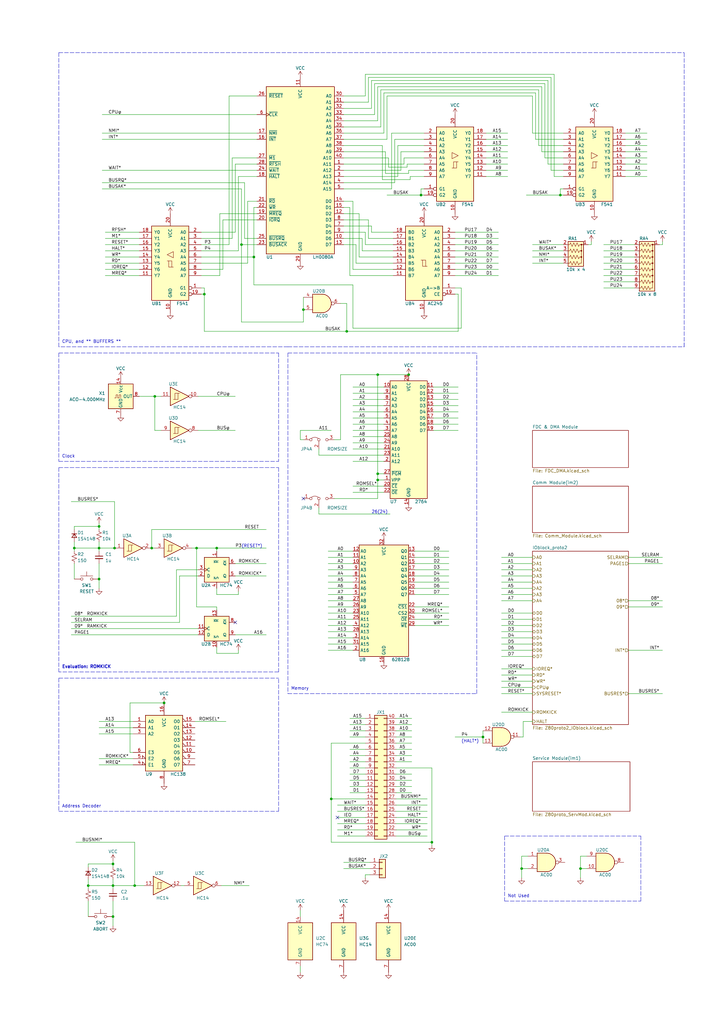
<source format=kicad_sch>
(kicad_sch (version 20211123) (generator eeschema)
  (paper "A3" portrait)
  (lib_symbols
    (symbol "74xx:74HC14" (pin_names (offset 1.016))
      (property "Reference" "U" (at 0 1.27 0))
      (property "Value" "74HC14" (at 0 -1.27 0))
      (symbol "74HC14_1_0"
        (pin input line (at -7.62 0 0) (length 3.81) (name "~") (number "1"))
        (pin output inverted (at 7.62 0 180) (length 3.81) (name "~") (number "2"))
      )
      (symbol "74HC14_2_0"
        (pin input line (at -7.62 0 0) (length 3.81) (name "~") (number "3"))
        (pin output inverted (at 7.62 0 180) (length 3.81) (name "~") (number "4"))
      )
      (symbol "74HC14_3_0"
        (pin input line (at -7.62 0 0) (length 3.81) (name "~") (number "5"))
        (pin output inverted (at 7.62 0 180) (length 3.81) (name "~") (number "6"))
      )
      (symbol "74HC14_4_0"
        (pin output inverted (at 7.62 0 180) (length 3.81) (name "~") (number "8"))
        (pin input line (at -7.62 0 0) (length 3.81) (name "~") (number "9"))
      )
      (symbol "74HC14_5_0"
        (pin output inverted (at 7.62 0 180) (length 3.81) (name "~") (number "10"))
        (pin input line (at -7.62 0 0) (length 3.81) (name "~") (number "11"))
      )
      (symbol "74HC14_6_0"
        (pin output inverted (at 7.62 0 180) (length 3.81) (name "~") (number "12"))
        (pin input line (at -7.62 0 0) (length 3.81) (name "~") (number "13"))
      )
      (symbol "74HC14_7_0"
        (pin power_in line (at 0 12.7 270) (length 5.08) (name "VCC") (number "14"))
        (pin power_in line (at 0 -12.7 90) (length 5.08) (name "GND") (number "7"))
      )
    )
    (symbol "74xx:74LS00" (pin_names (offset 1.016))
      (property "Reference" "U" (at 0 1.27 0))
      (property "Value" "74LS00" (at 0 -1.27 0))
      (symbol "74LS00_1_1"
        (pin input line (at -7.62 2.54 0) (length 3.81) (name "~") (number "1"))
        (pin input line (at -7.62 -2.54 0) (length 3.81) (name "~") (number "2"))
        (pin output inverted (at 7.62 0 180) (length 3.81) (name "~") (number "3"))
      )
      (symbol "74LS00_1_2"
        (pin input inverted (at -7.62 2.54 0) (length 4.318) (name "~") (number "1"))
        (pin input inverted (at -7.62 -2.54 0) (length 4.318) (name "~") (number "2"))
        (pin output line (at 7.62 0 180) (length 3.81) (name "~") (number "3"))
      )
      (symbol "74LS00_2_1"
        (pin input line (at -7.62 2.54 0) (length 3.81) (name "~") (number "4"))
        (pin input line (at -7.62 -2.54 0) (length 3.81) (name "~") (number "5"))
        (pin output inverted (at 7.62 0 180) (length 3.81) (name "~") (number "6"))
      )
      (symbol "74LS00_2_2"
        (pin input inverted (at -7.62 2.54 0) (length 4.318) (name "~") (number "4"))
        (pin input inverted (at -7.62 -2.54 0) (length 4.318) (name "~") (number "5"))
        (pin output line (at 7.62 0 180) (length 3.81) (name "~") (number "6"))
      )
      (symbol "74LS00_3_1"
        (pin input line (at -7.62 -2.54 0) (length 3.81) (name "~") (number "10"))
        (pin output inverted (at 7.62 0 180) (length 3.81) (name "~") (number "8"))
        (pin input line (at -7.62 2.54 0) (length 3.81) (name "~") (number "9"))
      )
      (symbol "74LS00_3_2"
        (pin input inverted (at -7.62 -2.54 0) (length 4.318) (name "~") (number "10"))
        (pin output line (at 7.62 0 180) (length 3.81) (name "~") (number "8"))
        (pin input inverted (at -7.62 2.54 0) (length 4.318) (name "~") (number "9"))
      )
      (symbol "74LS00_4_1"
        (pin output inverted (at 7.62 0 180) (length 3.81) (name "~") (number "11"))
        (pin input line (at -7.62 2.54 0) (length 3.81) (name "~") (number "12"))
        (pin input line (at -7.62 -2.54 0) (length 3.81) (name "~") (number "13"))
      )
      (symbol "74LS00_4_2"
        (pin output line (at 7.62 0 180) (length 3.81) (name "~") (number "11"))
        (pin input inverted (at -7.62 2.54 0) (length 4.318) (name "~") (number "12"))
        (pin input inverted (at -7.62 -2.54 0) (length 4.318) (name "~") (number "13"))
      )
      (symbol "74LS00_5_0"
        (pin power_in line (at 0 12.7 270) (length 5.08) (name "VCC") (number "14"))
        (pin power_in line (at 0 -12.7 90) (length 5.08) (name "GND") (number "7"))
      )
    )
    (symbol "74xx:74LS138" (pin_names (offset 1.016))
      (property "Reference" "U" (at -7.62 11.43 0))
      (property "Value" "74LS138" (at -7.62 -13.97 0))
      (symbol "74LS138_1_0"
        (pin input line (at -12.7 7.62 0) (length 5.08) (name "A0") (number "1"))
        (pin output output_low (at 12.7 -5.08 180) (length 5.08) (name "O5") (number "10"))
        (pin output output_low (at 12.7 -2.54 180) (length 5.08) (name "O4") (number "11"))
        (pin output output_low (at 12.7 0 180) (length 5.08) (name "O3") (number "12"))
        (pin output output_low (at 12.7 2.54 180) (length 5.08) (name "O2") (number "13"))
        (pin output output_low (at 12.7 5.08 180) (length 5.08) (name "O1") (number "14"))
        (pin output output_low (at 12.7 7.62 180) (length 5.08) (name "O0") (number "15"))
        (pin power_in line (at 0 15.24 270) (length 5.08) (name "VCC") (number "16"))
        (pin input line (at -12.7 5.08 0) (length 5.08) (name "A1") (number "2"))
        (pin input line (at -12.7 2.54 0) (length 5.08) (name "A2") (number "3"))
        (pin input input_low (at -12.7 -10.16 0) (length 5.08) (name "E1") (number "4"))
        (pin input input_low (at -12.7 -7.62 0) (length 5.08) (name "E2") (number "5"))
        (pin input line (at -12.7 -5.08 0) (length 5.08) (name "E3") (number "6"))
        (pin output output_low (at 12.7 -10.16 180) (length 5.08) (name "O7") (number "7"))
        (pin power_in line (at 0 -17.78 90) (length 5.08) (name "GND") (number "8"))
        (pin output output_low (at 12.7 -7.62 180) (length 5.08) (name "O6") (number "9"))
      )
    )
    (symbol "74xx:74LS245" (pin_names (offset 1.016))
      (property "Reference" "U" (at -7.62 16.51 0))
      (property "Value" "74LS245" (at -7.62 -16.51 0))
      (symbol "74LS245_1_0"
        (pin input line (at -12.7 -10.16 0) (length 5.08) (name "A->B") (number "1"))
        (pin power_in line (at 0 -20.32 90) (length 5.08) (name "GND") (number "10"))
        (pin tri_state line (at 12.7 -5.08 180) (length 5.08) (name "B7") (number "11"))
        (pin tri_state line (at 12.7 -2.54 180) (length 5.08) (name "B6") (number "12"))
        (pin tri_state line (at 12.7 0 180) (length 5.08) (name "B5") (number "13"))
        (pin tri_state line (at 12.7 2.54 180) (length 5.08) (name "B4") (number "14"))
        (pin tri_state line (at 12.7 5.08 180) (length 5.08) (name "B3") (number "15"))
        (pin tri_state line (at 12.7 7.62 180) (length 5.08) (name "B2") (number "16"))
        (pin tri_state line (at 12.7 10.16 180) (length 5.08) (name "B1") (number "17"))
        (pin tri_state line (at 12.7 12.7 180) (length 5.08) (name "B0") (number "18"))
        (pin input inverted (at -12.7 -12.7 0) (length 5.08) (name "CE") (number "19"))
        (pin tri_state line (at -12.7 12.7 0) (length 5.08) (name "A0") (number "2"))
        (pin power_in line (at 0 20.32 270) (length 5.08) (name "VCC") (number "20"))
        (pin tri_state line (at -12.7 10.16 0) (length 5.08) (name "A1") (number "3"))
        (pin tri_state line (at -12.7 7.62 0) (length 5.08) (name "A2") (number "4"))
        (pin tri_state line (at -12.7 5.08 0) (length 5.08) (name "A3") (number "5"))
        (pin tri_state line (at -12.7 2.54 0) (length 5.08) (name "A4") (number "6"))
        (pin tri_state line (at -12.7 0 0) (length 5.08) (name "A5") (number "7"))
        (pin tri_state line (at -12.7 -2.54 0) (length 5.08) (name "A6") (number "8"))
        (pin tri_state line (at -12.7 -5.08 0) (length 5.08) (name "A7") (number "9"))
      )
    )
    (symbol "74xx:74LS541" (pin_names (offset 1.016))
      (property "Reference" "U" (at -7.62 16.51 0))
      (property "Value" "74LS541" (at -7.62 -16.51 0))
      (symbol "74LS541_1_0"
        (pin input inverted (at -12.7 -10.16 0) (length 5.08) (name "G1") (number "1"))
        (pin power_in line (at 0 -20.32 90) (length 5.08) (name "GND") (number "10"))
        (pin tri_state line (at 12.7 -5.08 180) (length 5.08) (name "Y7") (number "11"))
        (pin tri_state line (at 12.7 -2.54 180) (length 5.08) (name "Y6") (number "12"))
        (pin tri_state line (at 12.7 0 180) (length 5.08) (name "Y5") (number "13"))
        (pin tri_state line (at 12.7 2.54 180) (length 5.08) (name "Y4") (number "14"))
        (pin tri_state line (at 12.7 5.08 180) (length 5.08) (name "Y3") (number "15"))
        (pin tri_state line (at 12.7 7.62 180) (length 5.08) (name "Y2") (number "16"))
        (pin tri_state line (at 12.7 10.16 180) (length 5.08) (name "Y1") (number "17"))
        (pin tri_state line (at 12.7 12.7 180) (length 5.08) (name "Y0") (number "18"))
        (pin input inverted (at -12.7 -12.7 0) (length 5.08) (name "G2") (number "19"))
        (pin input line (at -12.7 12.7 0) (length 5.08) (name "A0") (number "2"))
        (pin power_in line (at 0 20.32 270) (length 5.08) (name "VCC") (number "20"))
        (pin input line (at -12.7 10.16 0) (length 5.08) (name "A1") (number "3"))
        (pin input line (at -12.7 7.62 0) (length 5.08) (name "A2") (number "4"))
        (pin input line (at -12.7 5.08 0) (length 5.08) (name "A3") (number "5"))
        (pin input line (at -12.7 2.54 0) (length 5.08) (name "A4") (number "6"))
        (pin input line (at -12.7 0 0) (length 5.08) (name "A5") (number "7"))
        (pin input line (at -12.7 -2.54 0) (length 5.08) (name "A6") (number "8"))
        (pin input line (at -12.7 -5.08 0) (length 5.08) (name "A7") (number "9"))
      )
    )
    (symbol "74xx:74LS74" (pin_names (offset 1.016))
      (property "Reference" "U" (at -7.62 8.89 0))
      (property "Value" "74LS74" (at -7.62 -8.89 0))
      (symbol "74LS74_1_0"
        (pin input line (at 0 -7.62 90) (length 2.54) (name "~{R}") (number "1"))
        (pin input line (at -7.62 2.54 0) (length 2.54) (name "D") (number "2"))
        (pin input clock (at -7.62 0 0) (length 2.54) (name "C") (number "3"))
        (pin input line (at 0 7.62 270) (length 2.54) (name "~{S}") (number "4"))
        (pin output line (at 7.62 2.54 180) (length 2.54) (name "Q") (number "5"))
        (pin output line (at 7.62 -2.54 180) (length 2.54) (name "~{Q}") (number "6"))
      )
      (symbol "74LS74_2_0"
        (pin input line (at 0 7.62 270) (length 2.54) (name "~{S}") (number "10"))
        (pin input clock (at -7.62 0 0) (length 2.54) (name "C") (number "11"))
        (pin input line (at -7.62 2.54 0) (length 2.54) (name "D") (number "12"))
        (pin input line (at 0 -7.62 90) (length 2.54) (name "~{R}") (number "13"))
        (pin output line (at 7.62 -2.54 180) (length 2.54) (name "~{Q}") (number "8"))
        (pin output line (at 7.62 2.54 180) (length 2.54) (name "Q") (number "9"))
      )
      (symbol "74LS74_3_0"
        (pin power_in line (at 0 10.16 270) (length 2.54) (name "VCC") (number "14"))
        (pin power_in line (at 0 -10.16 90) (length 2.54) (name "GND") (number "7"))
      )
    )
    (symbol "CPU:Z80CPU" (pin_names (offset 1.016))
      (property "Reference" "U" (at -13.97 35.56 0))
      (property "Value" "Z80CPU" (at 6.35 35.56 0))
      (symbol "Z80CPU_1_1"
        (pin output line (at 17.78 2.54 180) (length 3.81) (name "A11") (number "1"))
        (pin bidirectional line (at 17.78 -27.94 180) (length 3.81) (name "D6") (number "10"))
        (pin power_in line (at 0 38.1 270) (length 3.81) (name "VCC") (number "11"))
        (pin bidirectional line (at 17.78 -17.78 180) (length 3.81) (name "D2") (number "12"))
        (pin bidirectional line (at 17.78 -30.48 180) (length 3.81) (name "D7") (number "13"))
        (pin bidirectional line (at 17.78 -12.7 180) (length 3.81) (name "D0") (number "14"))
        (pin bidirectional line (at 17.78 -15.24 180) (length 3.81) (name "D1") (number "15"))
        (pin input line (at -17.78 12.7 0) (length 3.81) (name "~{INT}") (number "16"))
        (pin input line (at -17.78 15.24 0) (length 3.81) (name "~{NMI}") (number "17"))
        (pin output line (at -17.78 -2.54 0) (length 3.81) (name "~{HALT}") (number "18"))
        (pin output line (at -17.78 -17.78 0) (length 3.81) (name "~{MREQ}") (number "19"))
        (pin output line (at 17.78 0 180) (length 3.81) (name "A12") (number "2"))
        (pin output line (at -17.78 -20.32 0) (length 3.81) (name "~{IORQ}") (number "20"))
        (pin output line (at -17.78 -12.7 0) (length 3.81) (name "~{RD}") (number "21"))
        (pin output line (at -17.78 -15.24 0) (length 3.81) (name "~{WR}") (number "22"))
        (pin output line (at -17.78 -30.48 0) (length 3.81) (name "~{BUSACK}") (number "23"))
        (pin input line (at -17.78 0 0) (length 3.81) (name "~{WAIT}") (number "24"))
        (pin input line (at -17.78 -27.94 0) (length 3.81) (name "~{BUSRQ}") (number "25"))
        (pin input line (at -17.78 30.48 0) (length 3.81) (name "~{RESET}") (number "26"))
        (pin output line (at -17.78 5.08 0) (length 3.81) (name "~{M1}") (number "27"))
        (pin output line (at -17.78 2.54 0) (length 3.81) (name "~{RFSH}") (number "28"))
        (pin power_in line (at 0 -38.1 90) (length 3.81) (name "GND") (number "29"))
        (pin output line (at 17.78 -2.54 180) (length 3.81) (name "A13") (number "3"))
        (pin output line (at 17.78 30.48 180) (length 3.81) (name "A0") (number "30"))
        (pin output line (at 17.78 27.94 180) (length 3.81) (name "A1") (number "31"))
        (pin output line (at 17.78 25.4 180) (length 3.81) (name "A2") (number "32"))
        (pin output line (at 17.78 22.86 180) (length 3.81) (name "A3") (number "33"))
        (pin output line (at 17.78 20.32 180) (length 3.81) (name "A4") (number "34"))
        (pin output line (at 17.78 17.78 180) (length 3.81) (name "A5") (number "35"))
        (pin output line (at 17.78 15.24 180) (length 3.81) (name "A6") (number "36"))
        (pin output line (at 17.78 12.7 180) (length 3.81) (name "A7") (number "37"))
        (pin output line (at 17.78 10.16 180) (length 3.81) (name "A8") (number "38"))
        (pin output line (at 17.78 7.62 180) (length 3.81) (name "A9") (number "39"))
        (pin output line (at 17.78 -5.08 180) (length 3.81) (name "A14") (number "4"))
        (pin output line (at 17.78 5.08 180) (length 3.81) (name "A10") (number "40"))
        (pin output line (at 17.78 -7.62 180) (length 3.81) (name "A15") (number "5"))
        (pin input clock (at -17.78 22.86 0) (length 3.81) (name "~{CLK}") (number "6"))
        (pin bidirectional line (at 17.78 -22.86 180) (length 3.81) (name "D4") (number "7"))
        (pin bidirectional line (at 17.78 -20.32 180) (length 3.81) (name "D3") (number "8"))
        (pin bidirectional line (at 17.78 -25.4 180) (length 3.81) (name "D5") (number "9"))
      )
    )
    (symbol "Connector_Generic:Conn_01x03" (pin_names (offset 1.016) hide)
      (property "Reference" "J" (at 0 5.08 0))
      (property "Value" "Conn_01x03" (at 0 -5.08 0))
      (symbol "Conn_01x03_1_1"
        (pin passive line (at -5.08 2.54 0) (length 3.81) (name "Pin_1") (number "1"))
        (pin passive line (at -5.08 0 0) (length 3.81) (name "Pin_2") (number "2"))
        (pin passive line (at -5.08 -2.54 0) (length 3.81) (name "Pin_3") (number "3"))
      )
    )
    (symbol "Connector_Generic:Conn_02x20_Counter_Clockwise" (pin_names (offset 1.016) hide)
      (property "Reference" "J" (at 1.27 25.4 0))
      (property "Value" "Conn_02x20_Counter_Clockwise" (at 1.27 -27.94 0))
      (symbol "Conn_02x20_Counter_Clockwise_1_1"
        (pin passive line (at -5.08 22.86 0) (length 3.81) (name "Pin_1") (number "1"))
        (pin passive line (at -5.08 0 0) (length 3.81) (name "Pin_10") (number "10"))
        (pin passive line (at -5.08 -2.54 0) (length 3.81) (name "Pin_11") (number "11"))
        (pin passive line (at -5.08 -5.08 0) (length 3.81) (name "Pin_12") (number "12"))
        (pin passive line (at -5.08 -7.62 0) (length 3.81) (name "Pin_13") (number "13"))
        (pin passive line (at -5.08 -10.16 0) (length 3.81) (name "Pin_14") (number "14"))
        (pin passive line (at -5.08 -12.7 0) (length 3.81) (name "Pin_15") (number "15"))
        (pin passive line (at -5.08 -15.24 0) (length 3.81) (name "Pin_16") (number "16"))
        (pin passive line (at -5.08 -17.78 0) (length 3.81) (name "Pin_17") (number "17"))
        (pin passive line (at -5.08 -20.32 0) (length 3.81) (name "Pin_18") (number "18"))
        (pin passive line (at -5.08 -22.86 0) (length 3.81) (name "Pin_19") (number "19"))
        (pin passive line (at -5.08 20.32 0) (length 3.81) (name "Pin_2") (number "2"))
        (pin passive line (at -5.08 -25.4 0) (length 3.81) (name "Pin_20") (number "20"))
        (pin passive line (at 7.62 -25.4 180) (length 3.81) (name "Pin_21") (number "21"))
        (pin passive line (at 7.62 -22.86 180) (length 3.81) (name "Pin_22") (number "22"))
        (pin passive line (at 7.62 -20.32 180) (length 3.81) (name "Pin_23") (number "23"))
        (pin passive line (at 7.62 -17.78 180) (length 3.81) (name "Pin_24") (number "24"))
        (pin passive line (at 7.62 -15.24 180) (length 3.81) (name "Pin_25") (number "25"))
        (pin passive line (at 7.62 -12.7 180) (length 3.81) (name "Pin_26") (number "26"))
        (pin passive line (at 7.62 -10.16 180) (length 3.81) (name "Pin_27") (number "27"))
        (pin passive line (at 7.62 -7.62 180) (length 3.81) (name "Pin_28") (number "28"))
        (pin passive line (at 7.62 -5.08 180) (length 3.81) (name "Pin_29") (number "29"))
        (pin passive line (at -5.08 17.78 0) (length 3.81) (name "Pin_3") (number "3"))
        (pin passive line (at 7.62 -2.54 180) (length 3.81) (name "Pin_30") (number "30"))
        (pin passive line (at 7.62 0 180) (length 3.81) (name "Pin_31") (number "31"))
        (pin passive line (at 7.62 2.54 180) (length 3.81) (name "Pin_32") (number "32"))
        (pin passive line (at 7.62 5.08 180) (length 3.81) (name "Pin_33") (number "33"))
        (pin passive line (at 7.62 7.62 180) (length 3.81) (name "Pin_34") (number "34"))
        (pin passive line (at 7.62 10.16 180) (length 3.81) (name "Pin_35") (number "35"))
        (pin passive line (at 7.62 12.7 180) (length 3.81) (name "Pin_36") (number "36"))
        (pin passive line (at 7.62 15.24 180) (length 3.81) (name "Pin_37") (number "37"))
        (pin passive line (at 7.62 17.78 180) (length 3.81) (name "Pin_38") (number "38"))
        (pin passive line (at 7.62 20.32 180) (length 3.81) (name "Pin_39") (number "39"))
        (pin passive line (at -5.08 15.24 0) (length 3.81) (name "Pin_4") (number "4"))
        (pin passive line (at 7.62 22.86 180) (length 3.81) (name "Pin_40") (number "40"))
        (pin passive line (at -5.08 12.7 0) (length 3.81) (name "Pin_5") (number "5"))
        (pin passive line (at -5.08 10.16 0) (length 3.81) (name "Pin_6") (number "6"))
        (pin passive line (at -5.08 7.62 0) (length 3.81) (name "Pin_7") (number "7"))
        (pin passive line (at -5.08 5.08 0) (length 3.81) (name "Pin_8") (number "8"))
        (pin passive line (at -5.08 2.54 0) (length 3.81) (name "Pin_9") (number "9"))
      )
    )
    (symbol "Device:C_Small" (pin_numbers hide) (pin_names (offset 0.254) hide)
      (property "Reference" "C" (at 0.254 1.778 0))
      (property "Value" "C_Small" (at 0.254 -2.032 0))
      (symbol "C_Small_1_1"
        (pin passive line (at 0 2.54 270) (length 2.032) (name "~") (number "1"))
        (pin passive line (at 0 -2.54 90) (length 2.032) (name "~") (number "2"))
      )
    )
    (symbol "Device:D_Small" (pin_numbers hide) (pin_names (offset 0.254) hide)
      (property "Reference" "D" (at -1.27 2.032 0))
      (property "Value" "D_Small" (at -3.81 -2.032 0))
      (symbol "D_Small_1_1"
        (pin passive line (at -2.54 0 0) (length 1.778) (name "K") (number "1"))
        (pin passive line (at 2.54 0 180) (length 1.778) (name "A") (number "2"))
      )
    )
    (symbol "Device:R_Network04_US" (pin_names (offset 0) hide)
      (property "Reference" "RN" (at -7.62 0 90))
      (property "Value" "R_Network04_US" (at 5.08 0 90))
      (symbol "R_Network04_US_1_1"
        (pin passive line (at -5.08 5.08 270) (length 2.54) (name "common") (number "1"))
        (pin passive line (at -5.08 -5.08 90) (length 1.27) (name "R1") (number "2"))
        (pin passive line (at -2.54 -5.08 90) (length 1.27) (name "R2") (number "3"))
        (pin passive line (at 0 -5.08 90) (length 1.27) (name "R3") (number "4"))
        (pin passive line (at 2.54 -5.08 90) (length 1.27) (name "R4") (number "5"))
      )
    )
    (symbol "Device:R_Network08_US" (pin_names (offset 0) hide)
      (property "Reference" "RN" (at -12.7 0 90))
      (property "Value" "R_Network08_US" (at 10.16 0 90))
      (symbol "R_Network08_US_1_1"
        (pin passive line (at -10.16 5.08 270) (length 2.54) (name "common") (number "1"))
        (pin passive line (at -10.16 -5.08 90) (length 1.27) (name "R1") (number "2"))
        (pin passive line (at -7.62 -5.08 90) (length 1.27) (name "R2") (number "3"))
        (pin passive line (at -5.08 -5.08 90) (length 1.27) (name "R3") (number "4"))
        (pin passive line (at -2.54 -5.08 90) (length 1.27) (name "R4") (number "5"))
        (pin passive line (at 0 -5.08 90) (length 1.27) (name "R5") (number "6"))
        (pin passive line (at 2.54 -5.08 90) (length 1.27) (name "R6") (number "7"))
        (pin passive line (at 5.08 -5.08 90) (length 1.27) (name "R7") (number "8"))
        (pin passive line (at 7.62 -5.08 90) (length 1.27) (name "R8") (number "9"))
      )
    )
    (symbol "Device:R_Small_US" (pin_numbers hide) (pin_names (offset 0.254) hide)
      (property "Reference" "R" (at 0.762 0.508 0))
      (property "Value" "R_Small_US" (at 0.762 -1.016 0))
      (symbol "R_Small_US_1_1"
        (pin passive line (at 0 2.54 270) (length 1.016) (name "~") (number "1"))
        (pin passive line (at 0 -2.54 90) (length 1.016) (name "~") (number "2"))
      )
    )
    (symbol "Jumper:Jumper_3_Bridged12" (pin_names (offset 0) hide)
      (property "Reference" "JP" (at -2.54 -2.54 0))
      (property "Value" "Jumper_3_Bridged12" (at 0 2.794 0))
      (symbol "Jumper_3_Bridged12_1_1"
        (pin passive line (at -6.35 0 0) (length 2.54) (name "A") (number "1"))
        (pin passive line (at 0 -3.81 90) (length 2.54) (name "C") (number "2"))
        (pin passive line (at 6.35 0 180) (length 2.54) (name "B") (number "3"))
      )
    )
    (symbol "Memory_EPROM:2764"
      (property "Reference" "U" (at -7.62 24.13 0))
      (property "Value" "2764" (at 2.54 -26.67 0))
      (symbol "2764_1_1"
        (pin input line (at -10.16 -17.78 0) (length 2.54) (name "VPP") (number "1"))
        (pin input line (at -10.16 20.32 0) (length 2.54) (name "A0") (number "10"))
        (pin tri_state line (at 10.16 20.32 180) (length 2.54) (name "D0") (number "11"))
        (pin tri_state line (at 10.16 17.78 180) (length 2.54) (name "D1") (number "12"))
        (pin tri_state line (at 10.16 15.24 180) (length 2.54) (name "D2") (number "13"))
        (pin power_in line (at 0 -27.94 90) (length 2.54) (name "GND") (number "14"))
        (pin tri_state line (at 10.16 12.7 180) (length 2.54) (name "D3") (number "15"))
        (pin tri_state line (at 10.16 10.16 180) (length 2.54) (name "D4") (number "16"))
        (pin tri_state line (at 10.16 7.62 180) (length 2.54) (name "D5") (number "17"))
        (pin tri_state line (at 10.16 5.08 180) (length 2.54) (name "D6") (number "18"))
        (pin tri_state line (at 10.16 2.54 180) (length 2.54) (name "D7") (number "19"))
        (pin input line (at -10.16 -10.16 0) (length 2.54) (name "A12") (number "2"))
        (pin input line (at -10.16 -20.32 0) (length 2.54) (name "~{CE}") (number "20"))
        (pin input line (at -10.16 -5.08 0) (length 2.54) (name "A10") (number "21"))
        (pin input line (at -10.16 -22.86 0) (length 2.54) (name "~{OE}") (number "22"))
        (pin input line (at -10.16 -7.62 0) (length 2.54) (name "A11") (number "23"))
        (pin input line (at -10.16 -2.54 0) (length 2.54) (name "A9") (number "24"))
        (pin input line (at -10.16 0 0) (length 2.54) (name "A8") (number "25"))
        (pin no_connect line (at 7.62 0 180) (length 2.54) hide (name "NC") (number "26"))
        (pin input line (at -10.16 -15.24 0) (length 2.54) (name "~{PGM}") (number "27"))
        (pin power_in line (at 0 25.4 270) (length 2.54) (name "VCC") (number "28"))
        (pin input line (at -10.16 2.54 0) (length 2.54) (name "A7") (number "3"))
        (pin input line (at -10.16 5.08 0) (length 2.54) (name "A6") (number "4"))
        (pin input line (at -10.16 7.62 0) (length 2.54) (name "A5") (number "5"))
        (pin input line (at -10.16 10.16 0) (length 2.54) (name "A4") (number "6"))
        (pin input line (at -10.16 12.7 0) (length 2.54) (name "A3") (number "7"))
        (pin input line (at -10.16 15.24 0) (length 2.54) (name "A2") (number "8"))
        (pin input line (at -10.16 17.78 0) (length 2.54) (name "A1") (number "9"))
      )
    )
    (symbol "Memory_RAM:628128_DIP32_SSOP32"
      (property "Reference" "U" (at -10.16 23.495 0))
      (property "Value" "628128_DIP32_SSOP32" (at 2.54 23.495 0))
      (symbol "628128_DIP32_SSOP32_0_0"
        (pin power_in line (at 0 -25.4 90) (length 2.54) (name "GND") (number "16"))
        (pin power_in line (at 0 25.4 270) (length 2.54) (name "VCC") (number "32"))
      )
      (symbol "628128_DIP32_SSOP32_1_1"
        (pin no_connect line (at 10.16 -20.32 180) (length 2.54) hide (name "NC") (number "1"))
        (pin input line (at -12.7 15.24 0) (length 2.54) (name "A2") (number "10"))
        (pin input line (at -12.7 17.78 0) (length 2.54) (name "A1") (number "11"))
        (pin input line (at -12.7 20.32 0) (length 2.54) (name "A0") (number "12"))
        (pin tri_state line (at 12.7 20.32 180) (length 2.54) (name "Q0") (number "13"))
        (pin tri_state line (at 12.7 17.78 180) (length 2.54) (name "Q1") (number "14"))
        (pin tri_state line (at 12.7 15.24 180) (length 2.54) (name "Q2") (number "15"))
        (pin tri_state line (at 12.7 12.7 180) (length 2.54) (name "Q3") (number "17"))
        (pin tri_state line (at 12.7 10.16 180) (length 2.54) (name "Q4") (number "18"))
        (pin tri_state line (at 12.7 7.62 180) (length 2.54) (name "Q5") (number "19"))
        (pin input line (at -12.7 -20.32 0) (length 2.54) (name "A16") (number "2"))
        (pin tri_state line (at 12.7 5.08 180) (length 2.54) (name "Q6") (number "20"))
        (pin tri_state line (at 12.7 2.54 180) (length 2.54) (name "Q7") (number "21"))
        (pin input line (at 12.7 -2.54 180) (length 2.54) (name "~{CS1}") (number "22"))
        (pin input line (at -12.7 -5.08 0) (length 2.54) (name "A10") (number "23"))
        (pin input line (at 12.7 -7.62 180) (length 2.54) (name "~{OE}") (number "24"))
        (pin input line (at -12.7 -7.62 0) (length 2.54) (name "A11") (number "25"))
        (pin input line (at -12.7 -2.54 0) (length 2.54) (name "A9") (number "26"))
        (pin input line (at -12.7 0 0) (length 2.54) (name "A8") (number "27"))
        (pin input line (at -12.7 -12.7 0) (length 2.54) (name "A13") (number "28"))
        (pin input line (at 12.7 -10.16 180) (length 2.54) (name "~{WE}") (number "29"))
        (pin input line (at -12.7 -15.24 0) (length 2.54) (name "A14") (number "3"))
        (pin input line (at 12.7 -5.08 180) (length 2.54) (name "CS2") (number "30"))
        (pin input line (at -12.7 -17.78 0) (length 2.54) (name "A15") (number "31"))
        (pin input line (at -12.7 -10.16 0) (length 2.54) (name "A12") (number "4"))
        (pin input line (at -12.7 2.54 0) (length 2.54) (name "A7") (number "5"))
        (pin input line (at -12.7 5.08 0) (length 2.54) (name "A6") (number "6"))
        (pin input line (at -12.7 7.62 0) (length 2.54) (name "A5") (number "7"))
        (pin input line (at -12.7 10.16 0) (length 2.54) (name "A4") (number "8"))
        (pin input line (at -12.7 12.7 0) (length 2.54) (name "A3") (number "9"))
      )
    )
    (symbol "Oscillator:ACO-xxxMHz" (pin_names (offset 0.254))
      (property "Reference" "X" (at -5.08 6.35 0))
      (property "Value" "ACO-xxxMHz" (at 1.27 -6.35 0))
      (symbol "ACO-xxxMHz_1_1"
        (pin no_connect line (at -7.62 0 0) (length 2.54) hide (name "NC") (number "1"))
        (pin power_in line (at 0 7.62 270) (length 2.54) (name "Vcc") (number "14"))
        (pin power_in line (at 0 -7.62 90) (length 2.54) (name "GND") (number "7"))
        (pin output line (at 7.62 0 180) (length 2.54) (name "OUT") (number "8"))
      )
    )
    (symbol "Switch:SW_Push" (pin_numbers hide) (pin_names (offset 1.016) hide)
      (property "Reference" "SW" (at 1.27 2.54 0))
      (property "Value" "SW_Push" (at 0 -1.524 0))
      (symbol "SW_Push_0_1"
        (pin passive line (at -5.08 0 0) (length 2.54) (name "1") (number "1"))
        (pin passive line (at 5.08 0 180) (length 2.54) (name "2") (number "2"))
      )
    )
    (symbol "power:GND" (power) (pin_names (offset 0))
      (property "Value" "GND" (at 0 -3.81 0))
      (symbol "GND_1_1"
        (pin power_in line (at 0 0 270) (length 0) hide (name "GND") (number "1"))
      )
    )
    (symbol "power:VCC" (power) (pin_names (offset 0))
      (property "Value" "VCC" (at 0 3.81 0))
      (symbol "VCC_1_1"
        (pin power_in line (at 0 0 90) (length 0) hide (name "VCC") (number "1"))
      )
    )
  )
  (junction (at 40.64 215.9))
  (junction (at 67.31 288.29))
  (junction (at 46.99 224.79))
  (junction (at 154.94 153.67))
  (junction (at 167.64 153.67))
  (junction (at 30.48 224.79))
  (junction (at 40.64 224.79))
  (junction (at 124.46 127))
  (junction (at 229.87 80.01))
  (junction (at 177.165 345.44))
  (junction (at 46.355 375.92))
  (junction (at 238.125 356.235))
  (junction (at 142.24 135.89))
  (junction (at 46.355 354.33))
  (junction (at 36.195 363.22))
  (junction (at 172.72 80.01))
  (junction (at 104.14 105.41))
  (junction (at 154.94 194.31))
  (junction (at 46.355 363.22))
  (junction (at 198.12 302.26))
  (junction (at 213.995 356.235))
  (junction (at 83.82 120.65))
  (junction (at 62.23 224.79))
  (junction (at 135.89 327.66))
  (junction (at 154.94 196.85))
  (junction (at 88.9 224.79))
  (junction (at 63.5 162.56))
  (junction (at 99.06 100.33))
  (junction (at 80.645 224.79))
  (junction (at 40.64 237.49))
  (junction (at 55.245 363.22))
  (no_connect (at 124.46 204.47))
  (no_connect (at 138.43 335.28))
  (no_connect (at 96.52 255.27))
  (wire (pts (xy 147.32 87.63) (xy 147.32 105.41)))
  (wire (pts (xy 205.74 231.14) (xy 218.44 231.14)))
  (wire (pts (xy 205.74 233.68) (xy 218.44 233.68)))
  (wire (pts (xy 167.64 71.12) (xy 167.64 69.85)))
  (wire (pts (xy 154.94 35.56) (xy 222.25 35.56)))
  (wire (pts (xy 149.86 100.33) (xy 161.29 100.33)))
  (wire (pts (xy 139.7 180.34) (xy 139.7 153.67)))
  (wire (pts (xy 247.65 118.11) (xy 260.35 118.11)))
  (wire (pts (xy 29.21 260.35) (xy 81.28 260.35)))
  (wire (pts (xy 134.62 243.84) (xy 144.78 243.84)))
  (wire (pts (xy 257.81 284.48) (xy 271.78 284.48)))
  (wire (pts (xy 143.51 294.64) (xy 149.86 294.64)))
  (wire (pts (xy 105.41 67.31) (xy 96.52 67.31)))
  (wire (pts (xy 256.54 64.77) (xy 265.43 64.77)))
  (wire (pts (xy 134.62 246.38) (xy 144.78 246.38)))
  (wire (pts (xy 82.55 97.79) (xy 95.25 97.79)))
  (wire (pts (xy 144.78 179.07) (xy 157.48 179.07)))
  (polyline (pts (xy 24.13 21.59) (xy 280.67 21.59)))
  (wire (pts (xy 40.64 214.63) (xy 40.64 215.9)))
  (wire (pts (xy 205.74 292.1) (xy 218.44 292.1)))
  (wire (pts (xy 88.9 250.19) (xy 88.9 248.92)))
  (wire (pts (xy 226.06 31.75) (xy 226.06 69.85)))
  (wire (pts (xy 162.56 320.04) (xy 168.91 320.04)))
  (wire (pts (xy 154.94 196.85) (xy 157.48 196.85)))
  (polyline (pts (xy 24.13 191.77) (xy 24.13 275.59)))
  (wire (pts (xy 238.125 356.235) (xy 240.665 356.235)))
  (wire (pts (xy 88.9 248.92) (xy 80.645 248.92)))
  (wire (pts (xy 199.39 69.85) (xy 208.28 69.85)))
  (wire (pts (xy 143.51 299.72) (xy 149.86 299.72)))
  (wire (pts (xy 30.48 217.17) (xy 30.48 215.9)))
  (wire (pts (xy 142.24 124.46) (xy 142.24 135.89)))
  (wire (pts (xy 134.62 251.46) (xy 144.78 251.46)))
  (wire (pts (xy 134.62 259.08) (xy 144.78 259.08)))
  (polyline (pts (xy 24.13 144.78) (xy 24.13 189.23)))
  (wire (pts (xy 46.99 224.79) (xy 46.99 205.74)))
  (polyline (pts (xy 114.3 144.78) (xy 114.3 189.23)))
  (wire (pts (xy 164.465 62.23) (xy 164.465 69.85)))
  (wire (pts (xy 218.44 102.87) (xy 231.14 102.87)))
  (wire (pts (xy 161.29 107.95) (xy 146.05 107.95)))
  (wire (pts (xy 227.33 72.39) (xy 231.14 72.39)))
  (wire (pts (xy 40.64 295.91) (xy 54.61 295.91)))
  (wire (pts (xy 214.63 295.91) (xy 218.44 295.91)))
  (wire (pts (xy 99.06 100.33) (xy 99.06 132.08)))
  (wire (pts (xy 205.74 228.6) (xy 218.44 228.6)))
  (wire (pts (xy 158.115 62.23) (xy 158.115 71.12)))
  (wire (pts (xy 173.99 59.69) (xy 163.195 59.69)))
  (wire (pts (xy 170.18 226.06) (xy 184.15 226.06)))
  (wire (pts (xy 104.14 105.41) (xy 104.14 116.84)))
  (wire (pts (xy 134.62 226.06) (xy 144.78 226.06)))
  (wire (pts (xy 40.64 300.99) (xy 54.61 300.99)))
  (wire (pts (xy 168.275 72.39) (xy 168.275 73.66)))
  (wire (pts (xy 162.56 342.9) (xy 175.26 342.9)))
  (wire (pts (xy 36.195 369.57) (xy 36.195 375.92)))
  (wire (pts (xy 162.56 297.18) (xy 168.91 297.18)))
  (wire (pts (xy 144.78 199.39) (xy 157.48 199.39)))
  (wire (pts (xy 157.48 38.1) (xy 219.71 38.1)))
  (wire (pts (xy 247.65 102.87) (xy 260.35 102.87)))
  (wire (pts (xy 140.97 356.235) (xy 151.765 356.235)))
  (wire (pts (xy 160.655 54.61) (xy 173.99 54.61)))
  (wire (pts (xy 213.995 356.235) (xy 216.535 356.235)))
  (wire (pts (xy 134.62 248.92) (xy 144.78 248.92)))
  (wire (pts (xy 162.56 294.64) (xy 168.91 294.64)))
  (wire (pts (xy 222.25 35.56) (xy 222.25 62.23)))
  (wire (pts (xy 218.44 100.33) (xy 231.14 100.33)))
  (wire (pts (xy 140.97 52.07) (xy 156.21 52.07)))
  (wire (pts (xy 152.4 44.45) (xy 152.4 33.02)))
  (polyline (pts (xy 24.13 278.13) (xy 24.13 332.74)))
  (wire (pts (xy 164.465 69.85) (xy 140.97 69.85)))
  (wire (pts (xy 161.29 110.49) (xy 144.78 110.49)))
  (polyline (pts (xy 118.11 144.78) (xy 118.11 284.48)))
  (polyline (pts (xy 114.3 191.77) (xy 114.3 275.59)))
  (wire (pts (xy 140.97 87.63) (xy 147.32 87.63)))
  (polyline (pts (xy 24.13 191.77) (xy 114.3 191.77)))
  (wire (pts (xy 53.34 288.29) (xy 67.31 288.29)))
  (wire (pts (xy 170.18 233.68) (xy 184.15 233.68)))
  (wire (pts (xy 186.69 105.41) (xy 204.47 105.41)))
  (wire (pts (xy 101.6 82.55) (xy 101.6 107.95)))
  (wire (pts (xy 134.62 241.3) (xy 144.78 241.3)))
  (wire (pts (xy 205.74 238.76) (xy 218.44 238.76)))
  (wire (pts (xy 90.805 363.22) (xy 102.235 363.22)))
  (wire (pts (xy 140.97 41.91) (xy 151.13 41.91)))
  (polyline (pts (xy 198.12 142.24) (xy 280.67 142.24)))
  (wire (pts (xy 205.74 279.4) (xy 218.44 279.4)))
  (wire (pts (xy 177.8 158.75) (xy 187.96 158.75)))
  (wire (pts (xy 199.39 67.31) (xy 208.28 67.31)))
  (wire (pts (xy 83.82 118.11) (xy 83.82 120.65)))
  (wire (pts (xy 229.87 77.47) (xy 229.87 80.01)))
  (wire (pts (xy 144.78 163.83) (xy 157.48 163.83)))
  (wire (pts (xy 162.56 327.66) (xy 175.26 327.66)))
  (wire (pts (xy 134.62 236.22) (xy 144.78 236.22)))
  (wire (pts (xy 140.97 95.25) (xy 149.86 95.25)))
  (wire (pts (xy 134.62 238.76) (xy 144.78 238.76)))
  (wire (pts (xy 139.7 153.67) (xy 154.94 153.67)))
  (wire (pts (xy 29.21 252.73) (xy 72.39 252.73)))
  (wire (pts (xy 62.23 224.79) (xy 62.23 217.17)))
  (wire (pts (xy 247.65 107.95) (xy 260.35 107.95)))
  (wire (pts (xy 31.115 345.44) (xy 55.245 345.44)))
  (wire (pts (xy 137.16 180.34) (xy 139.7 180.34)))
  (wire (pts (xy 140.97 46.99) (xy 153.67 46.99)))
  (wire (pts (xy 154.94 194.31) (xy 157.48 194.31)))
  (wire (pts (xy 199.39 72.39) (xy 208.28 72.39)))
  (wire (pts (xy 199.39 62.23) (xy 208.28 62.23)))
  (wire (pts (xy 142.24 135.89) (xy 187.96 135.89)))
  (wire (pts (xy 205.74 254) (xy 218.44 254)))
  (wire (pts (xy 82.55 105.41) (xy 104.14 105.41)))
  (wire (pts (xy 172.72 77.47) (xy 172.72 80.01)))
  (wire (pts (xy 46.355 375.92) (xy 46.355 379.73)))
  (wire (pts (xy 223.52 64.77) (xy 231.14 64.77)))
  (wire (pts (xy 143.51 307.34) (xy 149.86 307.34)))
  (wire (pts (xy 30.48 224.79) (xy 40.64 224.79)))
  (polyline (pts (xy 24.13 142.24) (xy 24.13 138.43)))
  (wire (pts (xy 173.99 80.01) (xy 172.72 80.01)))
  (wire (pts (xy 105.41 82.55) (xy 101.6 82.55)))
  (wire (pts (xy 140.97 90.17) (xy 151.13 90.17)))
  (wire (pts (xy 152.4 33.02) (xy 224.79 33.02)))
  (wire (pts (xy 205.74 284.48) (xy 218.44 284.48)))
  (wire (pts (xy 123.19 176.53) (xy 135.89 176.53)))
  (wire (pts (xy 205.74 256.54) (xy 218.44 256.54)))
  (wire (pts (xy 134.62 233.68) (xy 144.78 233.68)))
  (wire (pts (xy 46.355 353.06) (xy 46.355 354.33)))
  (wire (pts (xy 256.54 62.23) (xy 265.43 62.23)))
  (wire (pts (xy 198.12 302.26) (xy 198.12 304.8)))
  (wire (pts (xy 96.52 95.25) (xy 82.55 95.25)))
  (wire (pts (xy 205.74 269.24) (xy 218.44 269.24)))
  (wire (pts (xy 144.78 168.91) (xy 157.48 168.91)))
  (wire (pts (xy 162.56 325.12) (xy 168.91 325.12)))
  (wire (pts (xy 83.82 120.65) (xy 82.55 120.65)))
  (wire (pts (xy 186.69 102.87) (xy 204.47 102.87)))
  (wire (pts (xy 139.7 124.46) (xy 142.24 124.46)))
  (wire (pts (xy 88.9 226.06) (xy 88.9 224.79)))
  (polyline (pts (xy 114.3 275.59) (xy 24.13 275.59)))
  (wire (pts (xy 104.14 85.09) (xy 104.14 105.41)))
  (wire (pts (xy 46.355 363.22) (xy 55.245 363.22)))
  (wire (pts (xy 173.99 57.15) (xy 161.925 57.15)))
  (wire (pts (xy 156.845 73.66) (xy 156.845 59.69)))
  (wire (pts (xy 144.78 201.93) (xy 157.48 201.93)))
  (wire (pts (xy 186.69 100.33) (xy 204.47 100.33)))
  (wire (pts (xy 143.51 314.96) (xy 149.86 314.96)))
  (wire (pts (xy 170.18 248.92) (xy 184.15 248.92)))
  (wire (pts (xy 43.18 107.95) (xy 57.15 107.95)))
  (wire (pts (xy 144.78 181.61) (xy 157.48 181.61)))
  (wire (pts (xy 43.18 110.49) (xy 57.15 110.49)))
  (wire (pts (xy 162.56 335.28) (xy 175.26 335.28)))
  (wire (pts (xy 173.99 64.77) (xy 165.735 64.77)))
  (wire (pts (xy 96.52 236.22) (xy 109.22 236.22)))
  (wire (pts (xy 177.8 161.29) (xy 187.96 161.29)))
  (wire (pts (xy 151.13 41.91) (xy 151.13 31.75)))
  (wire (pts (xy 186.69 110.49) (xy 204.47 110.49)))
  (wire (pts (xy 55.245 363.22) (xy 55.245 345.44)))
  (wire (pts (xy 162.56 322.58) (xy 168.91 322.58)))
  (wire (pts (xy 231.14 77.47) (xy 229.87 77.47)))
  (wire (pts (xy 138.43 330.2) (xy 149.86 330.2)))
  (wire (pts (xy 66.04 176.53) (xy 63.5 176.53)))
  (wire (pts (xy 144.78 176.53) (xy 157.48 176.53)))
  (wire (pts (xy 140.97 92.71) (xy 152.4 92.71)))
  (wire (pts (xy 220.98 36.83) (xy 220.98 59.69)))
  (wire (pts (xy 220.98 59.69) (xy 231.14 59.69)))
  (wire (pts (xy 143.51 320.04) (xy 149.86 320.04)))
  (wire (pts (xy 167.005 67.31) (xy 173.99 67.31)))
  (wire (pts (xy 96.52 67.31) (xy 96.52 95.25)))
  (wire (pts (xy 256.54 54.61) (xy 265.43 54.61)))
  (wire (pts (xy 123.19 398.78) (xy 123.19 396.24)))
  (polyline (pts (xy 24.13 278.13) (xy 114.3 278.13)))
  (wire (pts (xy 152.4 92.71) (xy 152.4 95.25)))
  (wire (pts (xy 238.125 351.155) (xy 240.665 351.155)))
  (wire (pts (xy 73.66 236.22) (xy 73.66 255.27)))
  (wire (pts (xy 135.89 304.8) (xy 149.86 304.8)))
  (wire (pts (xy 148.59 97.79) (xy 148.59 102.87)))
  (wire (pts (xy 186.69 302.26) (xy 198.12 302.26)))
  (wire (pts (xy 257.81 248.92) (xy 271.78 248.92)))
  (wire (pts (xy 29.21 255.27) (xy 73.66 255.27)))
  (wire (pts (xy 205.74 266.7) (xy 218.44 266.7)))
  (wire (pts (xy 257.81 228.6) (xy 271.78 228.6)))
  (wire (pts (xy 144.78 184.15) (xy 157.48 184.15)))
  (wire (pts (xy 154.94 153.67) (xy 167.64 153.67)))
  (wire (pts (xy 162.56 337.82) (xy 175.26 337.82)))
  (wire (pts (xy 144.78 171.45) (xy 157.48 171.45)))
  (wire (pts (xy 165.735 64.77) (xy 165.735 67.31)))
  (wire (pts (xy 143.51 325.12) (xy 149.86 325.12)))
  (wire (pts (xy 63.5 176.53) (xy 63.5 162.56)))
  (wire (pts (xy 140.97 57.15) (xy 158.75 57.15)))
  (wire (pts (xy 177.165 314.96) (xy 177.165 345.44)))
  (wire (pts (xy 138.43 335.28) (xy 149.86 335.28)))
  (wire (pts (xy 218.44 107.95) (xy 231.14 107.95)))
  (wire (pts (xy 96.52 260.35) (xy 109.22 260.35)))
  (polyline (pts (xy 280.67 142.24) (xy 280.67 21.59)))
  (wire (pts (xy 105.41 39.37) (xy 93.98 39.37)))
  (wire (pts (xy 81.28 236.22) (xy 73.66 236.22)))
  (wire (pts (xy 149.86 358.775) (xy 149.86 360.045)))
  (wire (pts (xy 242.57 100.33) (xy 242.57 99.06)))
  (wire (pts (xy 223.52 34.29) (xy 223.52 64.77)))
  (wire (pts (xy 144.78 158.75) (xy 157.48 158.75)))
  (wire (pts (xy 90.17 87.63) (xy 105.41 87.63)))
  (wire (pts (xy 41.91 74.93) (xy 100.33 74.93)))
  (wire (pts (xy 205.74 276.86) (xy 218.44 276.86)))
  (wire (pts (xy 224.79 67.31) (xy 231.14 67.31)))
  (wire (pts (xy 144.78 134.62) (xy 189.23 134.62)))
  (wire (pts (xy 97.79 266.7) (xy 97.79 267.97)))
  (wire (pts (xy 124.46 127) (xy 124.46 121.92)))
  (wire (pts (xy 186.69 97.79) (xy 204.47 97.79)))
  (wire (pts (xy 36.195 363.22) (xy 36.195 364.49)))
  (wire (pts (xy 247.65 113.03) (xy 260.35 113.03)))
  (wire (pts (xy 162.56 332.74) (xy 175.26 332.74)))
  (wire (pts (xy 144.78 173.99) (xy 157.48 173.99)))
  (wire (pts (xy 82.55 100.33) (xy 93.98 100.33)))
  (wire (pts (xy 177.8 171.45) (xy 187.96 171.45)))
  (wire (pts (xy 144.78 116.84) (xy 144.78 134.62)))
  (wire (pts (xy 156.845 59.69) (xy 140.97 59.69)))
  (wire (pts (xy 173.99 72.39) (xy 168.275 72.39)))
  (wire (pts (xy 138.43 340.36) (xy 149.86 340.36)))
  (wire (pts (xy 82.55 110.49) (xy 91.44 110.49)))
  (wire (pts (xy 63.5 224.79) (xy 62.23 224.79)))
  (wire (pts (xy 140.97 49.53) (xy 154.94 49.53)))
  (wire (pts (xy 177.8 166.37) (xy 187.96 166.37)))
  (wire (pts (xy 218.44 105.41) (xy 231.14 105.41)))
  (wire (pts (xy 30.48 222.25) (xy 30.48 224.79)))
  (wire (pts (xy 224.79 33.02) (xy 224.79 67.31)))
  (wire (pts (xy 170.18 238.76) (xy 184.15 238.76)))
  (wire (pts (xy 82.55 102.87) (xy 97.79 102.87)))
  (wire (pts (xy 218.44 54.61) (xy 231.14 54.61)))
  (wire (pts (xy 205.74 236.22) (xy 218.44 236.22)))
  (wire (pts (xy 149.86 39.37) (xy 149.86 30.48)))
  (wire (pts (xy 105.41 97.79) (xy 100.33 97.79)))
  (wire (pts (xy 134.62 261.62) (xy 144.78 261.62)))
  (wire (pts (xy 205.74 281.94) (xy 218.44 281.94)))
  (wire (pts (xy 219.71 38.1) (xy 219.71 57.15)))
  (wire (pts (xy 40.64 231.14) (xy 40.64 237.49)))
  (polyline (pts (xy 118.11 284.48) (xy 195.58 284.48)))
  (polyline (pts (xy 24.13 189.23) (xy 114.3 189.23)))
  (wire (pts (xy 205.74 274.32) (xy 218.44 274.32)))
  (wire (pts (xy 215.9 80.01) (xy 229.87 80.01)))
  (wire (pts (xy 199.39 64.77) (xy 208.28 64.77)))
  (polyline (pts (xy 24.13 332.74) (xy 114.3 332.74)))
  (wire (pts (xy 162.56 299.72) (xy 168.91 299.72)))
  (wire (pts (xy 46.355 360.68) (xy 46.355 363.22)))
  (wire (pts (xy 162.56 314.96) (xy 177.165 314.96)))
  (wire (pts (xy 91.44 90.17) (xy 91.44 110.49)))
  (wire (pts (xy 144.78 161.29) (xy 157.48 161.29)))
  (wire (pts (xy 186.69 107.95) (xy 204.47 107.95)))
  (wire (pts (xy 205.74 241.3) (xy 218.44 241.3)))
  (wire (pts (xy 78.74 224.79) (xy 80.645 224.79)))
  (wire (pts (xy 205.74 251.46) (xy 218.44 251.46)))
  (wire (pts (xy 41.91 77.47) (xy 99.06 77.47)))
  (polyline (pts (xy 207.01 342.9) (xy 207.01 369.57)))
  (wire (pts (xy 205.74 246.38) (xy 218.44 246.38)))
  (wire (pts (xy 104.14 116.84) (xy 144.78 116.84)))
  (wire (pts (xy 173.99 77.47) (xy 172.72 77.47)))
  (wire (pts (xy 55.245 363.22) (xy 59.055 363.22)))
  (wire (pts (xy 199.39 57.15) (xy 208.28 57.15)))
  (wire (pts (xy 41.91 69.85) (xy 105.41 69.85)))
  (wire (pts (xy 40.64 311.15) (xy 54.61 311.15)))
  (wire (pts (xy 137.16 204.47) (xy 154.94 204.47)))
  (wire (pts (xy 170.18 254) (xy 184.15 254)))
  (wire (pts (xy 247.65 105.41) (xy 260.35 105.41)))
  (wire (pts (xy 140.97 44.45) (xy 152.4 44.45)))
  (wire (pts (xy 43.18 97.79) (xy 57.15 97.79)))
  (wire (pts (xy 152.4 95.25) (xy 161.29 95.25)))
  (wire (pts (xy 198.12 299.72) (xy 198.12 302.26)))
  (wire (pts (xy 170.18 256.54) (xy 184.15 256.54)))
  (wire (pts (xy 88.9 243.84) (xy 97.79 243.84)))
  (wire (pts (xy 53.34 308.61) (xy 53.34 288.29)))
  (wire (pts (xy 256.54 59.69) (xy 265.43 59.69)))
  (wire (pts (xy 72.39 233.68) (xy 72.39 252.73)))
  (wire (pts (xy 170.18 251.46) (xy 184.15 251.46)))
  (wire (pts (xy 186.69 95.25) (xy 204.47 95.25)))
  (wire (pts (xy 63.5 162.56) (xy 66.04 162.56)))
  (wire (pts (xy 161.29 113.03) (xy 143.51 113.03)))
  (wire (pts (xy 162.56 309.88) (xy 168.91 309.88)))
  (wire (pts (xy 140.97 62.23) (xy 158.115 62.23)))
  (wire (pts (xy 257.81 266.7) (xy 271.78 266.7)))
  (wire (pts (xy 241.3 100.33) (xy 242.57 100.33)))
  (wire (pts (xy 40.64 215.9) (xy 40.64 217.17)))
  (wire (pts (xy 135.89 345.44) (xy 177.165 345.44)))
  (wire (pts (xy 143.51 312.42) (xy 149.86 312.42)))
  (wire (pts (xy 82.55 118.11) (xy 83.82 118.11)))
  (wire (pts (xy 134.62 264.16) (xy 144.78 264.16)))
  (wire (pts (xy 177.165 345.44) (xy 177.165 346.71)))
  (wire (pts (xy 83.82 120.65) (xy 83.82 135.89)))
  (wire (pts (xy 90.17 113.03) (xy 82.55 113.03)))
  (wire (pts (xy 162.56 304.8) (xy 168.91 304.8)))
  (wire (pts (xy 157.48 54.61) (xy 157.48 38.1)))
  (wire (pts (xy 162.56 317.5) (xy 168.91 317.5)))
  (wire (pts (xy 189.23 118.11) (xy 186.69 118.11)))
  (wire (pts (xy 161.925 57.15) (xy 161.925 74.93)))
  (wire (pts (xy 149.86 95.25) (xy 149.86 100.33)))
  (wire (pts (xy 30.48 215.9) (xy 40.64 215.9)))
  (wire (pts (xy 36.195 355.6) (xy 36.195 354.33)))
  (wire (pts (xy 162.56 312.42) (xy 168.91 312.42)))
  (wire (pts (xy 83.82 135.89) (xy 142.24 135.89)))
  (wire (pts (xy 43.18 102.87) (xy 57.15 102.87)))
  (wire (pts (xy 177.8 176.53) (xy 187.96 176.53)))
  (wire (pts (xy 161.29 105.41) (xy 147.32 105.41)))
  (wire (pts (xy 80.645 224.79) (xy 80.645 248.92)))
  (wire (pts (xy 143.51 297.18) (xy 149.86 297.18)))
  (wire (pts (xy 146.05 107.95) (xy 146.05 100.33)))
  (wire (pts (xy 222.25 62.23) (xy 231.14 62.23)))
  (wire (pts (xy 36.195 360.68) (xy 36.195 363.22)))
  (wire (pts (xy 149.86 30.48) (xy 227.33 30.48)))
  (wire (pts (xy 30.48 231.14) (xy 30.48 237.49)))
  (wire (pts (xy 159.385 68.58) (xy 167.005 68.58)))
  (wire (pts (xy 130.81 208.28) (xy 130.81 210.82)))
  (wire (pts (xy 187.96 120.65) (xy 187.96 135.89)))
  (wire (pts (xy 124.46 132.08) (xy 124.46 127)))
  (wire (pts (xy 151.13 31.75) (xy 226.06 31.75)))
  (wire (pts (xy 123.19 180.34) (xy 123.19 176.53)))
  (wire (pts (xy 256.54 67.31) (xy 265.43 67.31)))
  (wire (pts (xy 219.71 57.15) (xy 231.14 57.15)))
  (wire (pts (xy 158.75 57.15) (xy 158.75 39.37)))
  (wire (pts (xy 140.97 97.79) (xy 148.59 97.79)))
  (wire (pts (xy 138.43 332.74) (xy 149.86 332.74)))
  (wire (pts (xy 140.97 353.695) (xy 151.765 353.695)))
  (wire (pts (xy 41.91 57.15) (xy 105.41 57.15)))
  (wire (pts (xy 257.81 231.14) (xy 271.78 231.14)))
  (wire (pts (xy 135.89 304.8) (xy 135.89 327.66)))
  (wire (pts (xy 156.845 73.66) (xy 168.275 73.66)))
  (wire (pts (xy 148.59 102.87) (xy 161.29 102.87)))
  (wire (pts (xy 214.63 302.26) (xy 214.63 295.91)))
  (polyline (pts (xy 118.11 144.78) (xy 195.58 144.78)))
  (wire (pts (xy 40.64 313.69) (xy 54.61 313.69)))
  (wire (pts (xy 271.78 100.33) (xy 271.78 99.06)))
  (wire (pts (xy 247.65 110.49) (xy 260.35 110.49)))
  (wire (pts (xy 158.75 39.37) (xy 218.44 39.37)))
  (wire (pts (xy 82.55 107.95) (xy 101.6 107.95)))
  (wire (pts (xy 205.74 261.62) (xy 218.44 261.62)))
  (wire (pts (xy 88.9 265.43) (xy 88.9 267.97)))
  (wire (pts (xy 29.21 257.81) (xy 81.28 257.81)))
  (wire (pts (xy 46.355 369.57) (xy 46.355 375.92)))
  (polyline (pts (xy 24.13 21.59) (xy 24.13 138.43)))
  (wire (pts (xy 40.64 298.45) (xy 54.61 298.45)))
  (wire (pts (xy 29.21 205.74) (xy 46.99 205.74)))
  (wire (pts (xy 146.05 100.33) (xy 140.97 100.33)))
  (polyline (pts (xy 195.58 284.48) (xy 195.58 144.78)))
  (wire (pts (xy 99.06 100.33) (xy 105.41 100.33)))
  (wire (pts (xy 161.925 74.93) (xy 140.97 74.93)))
  (wire (pts (xy 205.74 264.16) (xy 218.44 264.16)))
  (wire (pts (xy 81.28 233.68) (xy 72.39 233.68)))
  (wire (pts (xy 75.565 363.22) (xy 74.295 363.22)))
  (wire (pts (xy 158.75 80.01) (xy 172.72 80.01)))
  (wire (pts (xy 144.78 166.37) (xy 157.48 166.37)))
  (wire (pts (xy 218.44 39.37) (xy 218.44 54.61)))
  (polyline (pts (xy 207.01 342.9) (xy 262.89 342.9)))
  (wire (pts (xy 97.79 243.84) (xy 97.79 242.57)))
  (wire (pts (xy 247.65 115.57) (xy 260.35 115.57)))
  (wire (pts (xy 256.54 72.39) (xy 265.43 72.39)))
  (wire (pts (xy 238.125 351.155) (xy 238.125 356.235)))
  (wire (pts (xy 151.13 90.17) (xy 151.13 97.79)))
  (wire (pts (xy 162.56 302.26) (xy 168.91 302.26)))
  (wire (pts (xy 41.91 46.99) (xy 105.41 46.99)))
  (wire (pts (xy 186.69 120.65) (xy 187.96 120.65)))
  (polyline (pts (xy 280.67 142.24) (xy 280.67 139.7)))
  (wire (pts (xy 143.51 302.26) (xy 149.86 302.26)))
  (wire (pts (xy 43.18 113.03) (xy 57.15 113.03)))
  (wire (pts (xy 170.18 236.22) (xy 184.15 236.22)))
  (wire (pts (xy 199.39 54.61) (xy 208.28 54.61)))
  (wire (pts (xy 226.06 69.85) (xy 231.14 69.85)))
  (polyline (pts (xy 118.11 142.24) (xy 198.12 142.24)))
  (wire (pts (xy 30.48 224.79) (xy 30.48 226.06)))
  (wire (pts (xy 173.99 62.23) (xy 164.465 62.23)))
  (wire (pts (xy 123.19 373.38) (xy 123.19 375.92)))
  (wire (pts (xy 124.46 180.34) (xy 123.19 180.34)))
  (wire (pts (xy 143.51 322.58) (xy 149.86 322.58)))
  (wire (pts (xy 257.81 246.38) (xy 271.78 246.38)))
  (wire (pts (xy 238.125 356.235) (xy 238.125 360.045)))
  (wire (pts (xy 140.97 67.31) (xy 165.735 67.31)))
  (wire (pts (xy 143.51 85.09) (xy 143.51 113.03)))
  (wire (pts (xy 170.18 241.3) (xy 184.15 241.3)))
  (wire (pts (xy 100.33 97.79) (xy 100.33 74.93)))
  (wire (pts (xy 162.56 340.36) (xy 175.26 340.36)))
  (wire (pts (xy 151.13 97.79) (xy 161.29 97.79)))
  (wire (pts (xy 99.06 77.47) (xy 99.06 100.33)))
  (wire (pts (xy 91.44 90.17) (xy 105.41 90.17)))
  (polyline (pts (xy 118.11 142.24) (xy 24.13 142.24)))
  (wire (pts (xy 40.64 224.79) (xy 40.64 226.06)))
  (wire (pts (xy 216.535 351.155) (xy 213.995 351.155)))
  (wire (pts (xy 95.25 64.77) (xy 95.25 97.79)))
  (wire (pts (xy 134.62 256.54) (xy 144.78 256.54)))
  (wire (pts (xy 163.195 72.39) (xy 140.97 72.39)))
  (wire (pts (xy 205.74 243.84) (xy 218.44 243.84)))
  (wire (pts (xy 163.195 59.69) (xy 163.195 72.39)))
  (wire (pts (xy 177.8 168.91) (xy 187.96 168.91)))
  (wire (pts (xy 156.21 36.83) (xy 220.98 36.83)))
  (wire (pts (xy 81.28 162.56) (xy 96.52 162.56)))
  (wire (pts (xy 134.62 266.7) (xy 144.78 266.7)))
  (wire (pts (xy 162.56 307.34) (xy 168.91 307.34)))
  (wire (pts (xy 256.54 57.15) (xy 265.43 57.15)))
  (wire (pts (xy 213.995 356.235) (xy 213.995 360.045)))
  (wire (pts (xy 154.94 194.31) (xy 154.94 196.85)))
  (wire (pts (xy 159.385 64.77) (xy 159.385 68.58)))
  (wire (pts (xy 158.115 71.12) (xy 167.64 71.12)))
  (wire (pts (xy 170.18 228.6) (xy 184.15 228.6)))
  (wire (pts (xy 46.355 354.33) (xy 46.355 355.6)))
  (wire (pts (xy 43.18 105.41) (xy 57.15 105.41)))
  (polyline (pts (xy 24.13 144.78) (xy 114.3 144.78)))
  (wire (pts (xy 80.645 224.79) (xy 88.9 224.79)))
  (wire (pts (xy 156.21 52.07) (xy 156.21 36.83)))
  (wire (pts (xy 177.8 173.99) (xy 187.96 173.99)))
  (polyline (pts (xy 198.12 142.24) (xy 198.12 142.24)))
  (wire (pts (xy 199.39 59.69) (xy 208.28 59.69)))
  (wire (pts (xy 36.195 363.22) (xy 46.355 363.22)))
  (wire (pts (xy 170.18 231.14) (xy 184.15 231.14)))
  (wire (pts (xy 90.17 87.63) (xy 90.17 113.03)))
  (wire (pts (xy 231.14 80.01) (xy 229.87 80.01)))
  (wire (pts (xy 154.94 49.53) (xy 154.94 35.56)))
  (wire (pts (xy 256.54 69.85) (xy 265.43 69.85)))
  (wire (pts (xy 134.62 228.6) (xy 144.78 228.6)))
  (wire (pts (xy 130.81 186.69) (xy 157.48 186.69)))
  (wire (pts (xy 105.41 85.09) (xy 104.14 85.09)))
  (wire (pts (xy 140.97 82.55) (xy 144.78 82.55)))
  (wire (pts (xy 36.195 354.33) (xy 46.355 354.33)))
  (wire (pts (xy 80.01 295.91) (xy 92.71 295.91)))
  (wire (pts (xy 270.51 100.33) (xy 271.78 100.33)))
  (wire (pts (xy 189.23 134.62) (xy 189.23 118.11)))
  (wire (pts (xy 134.62 254) (xy 144.78 254)))
  (wire (pts (xy 40.64 224.79) (xy 46.99 224.79)))
  (wire (pts (xy 97.79 72.39) (xy 105.41 72.39)))
  (wire (pts (xy 138.43 342.9) (xy 149.86 342.9)))
  (wire (pts (xy 177.8 163.83) (xy 187.96 163.83)))
  (wire (pts (xy 88.9 267.97) (xy 97.79 267.97)))
  (wire (pts (xy 247.65 100.33) (xy 260.35 100.33)))
  (wire (pts (xy 151.765 358.775) (xy 149.86 358.775)))
  (wire (pts (xy 46.355 363.22) (xy 46.355 364.49)))
  (wire (pts (xy 99.06 132.08) (xy 124.46 132.08)))
  (wire (pts (xy 40.64 222.25) (xy 40.64 224.79)))
  (wire (pts (xy 167.64 69.85) (xy 173.99 69.85)))
  (wire (pts (xy 143.51 309.88) (xy 149.86 309.88)))
  (wire (pts (xy 160.02 210.82) (xy 130.81 210.82)))
  (wire (pts (xy 167.005 68.58) (xy 167.005 67.31)))
  (wire (pts (xy 88.9 224.79) (xy 109.22 224.79)))
  (wire (pts (xy 213.36 302.26) (xy 214.63 302.26)))
  (wire (pts (xy 43.18 100.33) (xy 57.15 100.33)))
  (polyline (pts (xy 207.01 369.57) (xy 262.89 369.57)))
  (wire (pts (xy 143.51 317.5) (xy 149.86 317.5)))
  (wire (pts (xy 227.33 30.48) (xy 227.33 72.39)))
  (wire (pts (xy 154.94 153.67) (xy 154.94 194.31)))
  (wire (pts (xy 144.78 82.55) (xy 144.78 110.49)))
  (polyline (pts (xy 114.3 332.74) (xy 114.3 278.13)))
  (wire (pts (xy 95.25 64.77) (xy 105.41 64.77)))
  (wire (pts (xy 186.69 113.03) (xy 204.47 113.03)))
  (wire (pts (xy 88.9 241.3) (xy 88.9 243.84)))
  (wire (pts (xy 40.64 237.49) (xy 40.64 241.3)))
  (wire (pts (xy 43.18 95.25) (xy 57.15 95.25)))
  (wire (pts (xy 130.81 184.15) (xy 130.81 186.69)))
  (wire (pts (xy 160.655 77.47) (xy 140.97 77.47)))
  (wire (pts (xy 135.89 327.66) (xy 135.89 345.44)))
  (wire (pts (xy 213.995 351.155) (xy 213.995 356.235)))
  (wire (pts (xy 140.97 54.61) (xy 157.48 54.61)))
  (wire (pts (xy 170.18 243.84) (xy 184.15 243.84)))
  (wire (pts (xy 54.61 308.61) (xy 53.34 308.61)))
  (wire (pts (xy 57.15 162.56) (xy 63.5 162.56)))
  (wire (pts (xy 96.52 231.14) (xy 109.22 231.14)))
  (wire (pts (xy 205.74 259.08) (xy 218.44 259.08)))
  (wire (pts (xy 135.89 327.66) (xy 149.86 327.66)))
  (wire (pts (xy 153.67 34.29) (xy 223.52 34.29)))
  (wire (pts (xy 153.67 46.99) (xy 153.67 34.29)))
  (wire (pts (xy 134.62 231.14) (xy 144.78 231.14)))
  (wire (pts (xy 154.94 204.47) (xy 154.94 196.85)))
  (wire (pts (xy 162.56 330.2) (xy 175.26 330.2)))
  (wire (pts (xy 62.23 217.17) (xy 109.22 217.17)))
  (wire (pts (xy 140.97 85.09) (xy 143.51 85.09)))
  (wire (pts (xy 138.43 337.82) (xy 149.86 337.82)))
  (wire (pts (xy 160.655 54.61) (xy 160.655 77.47)))
  (wire (pts (xy 144.78 189.23) (xy 157.48 189.23)))
  (wire (pts (xy 140.97 39.37) (xy 149.86 39.37)))
  (wire (pts (xy 140.97 64.77) (xy 159.385 64.77)))
  (wire (pts (xy 97.79 102.87) (xy 97.79 72.39)))
  (polyline (pts (xy 262.89 369.57) (xy 262.89 342.9)))
  (wire (pts (xy 93.98 39.37) (xy 93.98 100.33)))
  (wire (pts (xy 41.91 54.61) (xy 105.41 54.61)))
  (wire (pts (xy 81.28 176.53) (xy 96.52 176.53)))
  (text "(RESET*)" (at 99.06 224.79 0) (effects (font (size 1.27 1.27)) (justify left bottom)))
  (text "Evaluation: ROMKICK" (at 25.4 274.32 0) (effects (font (size 1.27 1.27) (thickness 0.254) bold) (justify left bottom)))
  (text "(HALT*)" (at 189.23 304.8 0) (effects (font (size 1.27 1.27)) (justify left bottom)))
  (text "Memory" (at 119.38 283.21 0) (effects (font (size 1.27 1.27)) (justify left bottom)))
  (text "CPU, and ** BUFFERS **" (at 25.4 140.97 0) (effects (font (size 1.27 1.27)) (justify left bottom)))
  (text "Address Decoder" (at 25.4 331.47 0) (effects (font (size 1.27 1.27)) (justify left bottom)))
  (text "Not Used" (at 208.28 368.3 0) (effects (font (size 1.27 1.27)) (justify left bottom)))
  (text "26(24)" (at 152.4 210.82 0) (effects (font (size 1.27 1.27)) (justify left bottom)))
  (text "Clock" (at 25.4 187.96 0) (effects (font (size 1.27 1.27)) (justify left bottom)))
  (label "PAGE1" (at 270.51 231.14 180))
  (label "A0" (at 208.28 228.6 0))
  (label "A15" (at 205.74 54.61 180))
  (label "P3" (at 83.82 100.33 0))
  (label "WR*" (at 45.72 105.41 0))
  (label "D6" (at 163.83 317.5 0))
  (label "D6" (at 199.39 102.87 0))
  (label "A9" (at 147.32 181.61 0))
  (label "IEO" (at 140.97 335.28 0))
  (label "D5" (at 181.61 171.45 0))
  (label "PU22" (at 250.19 113.03 0))
  (label "A2" (at 138.43 231.14 0))
  (label "A16" (at 104.14 260.35 0))
  (label "RESET" (at 172.72 332.74 180))
  (label "D4" (at 163.83 320.04 0))
  (label "D6" (at 208.28 266.7 0))
  (label "BUSAK" (at 218.44 80.01 0))
  (label "HALT*" (at 45.72 102.87 0))
  (label "PU24" (at 250.19 118.11 0))
  (label "D2" (at 199.39 105.41 0))
  (label "IOREQ*" (at 208.28 274.32 0))
  (label "D7" (at 177.8 243.84 0))
  (label "D1" (at 181.61 161.29 0))
  (label "PU17" (at 190.5 95.25 0))
  (label "NMI*" (at 95.885 363.22 0))
  (label "A0" (at 147.32 158.75 0))
  (label "D7" (at 181.61 176.53 0))
  (label "D2" (at 163.83 322.58 0))
  (label "D5" (at 199.39 100.33 0))
  (label "D6" (at 181.61 173.99 0))
  (label "ROMKICK*" (at 97.79 236.22 0))
  (label "PU17" (at 250.19 100.33 0))
  (label "A1" (at 147.32 161.29 0))
  (label "A7" (at 163.83 304.8 0))
  (label "A0" (at 262.89 72.39 180))
  (label "RAMKICK" (at 35.56 257.81 0))
  (label "A3" (at 138.43 233.68 0))
  (label "RESET" (at 100.33 217.17 0))
  (label "D5" (at 144.78 320.04 0))
  (label "BUSRQ*" (at 44.45 74.93 0))
  (label "A14" (at 205.74 57.15 180))
  (label "CPUφ" (at 208.28 281.94 0))
  (label "ROMSEL*" (at 90.17 295.91 180))
  (label "BUSRES*" (at 31.75 205.74 0))
  (label "D7" (at 208.28 269.24 0))
  (label "A15" (at 144.78 294.64 0))
  (label "RD*" (at 140.97 340.36 0))
  (label "A8" (at 138.43 246.38 0))
  (label "D0" (at 181.61 158.75 0))
  (label "BUSAK*" (at 220.98 102.87 0))
  (label "A5" (at 262.89 59.69 180))
  (label "P3" (at 96.52 224.79 0))
  (label "A10" (at 163.83 299.72 0))
  (label "A16" (at 138.43 266.7 0))
  (label "WAIT*" (at 44.45 69.85 0))
  (label "WR*" (at 172.72 340.36 180))
  (label "MREQ*" (at 181.61 248.92 180))
  (label "A7" (at 262.89 54.61 180))
  (label "BUSNMI*" (at 172.72 327.66 180))
  (label "D1" (at 177.8 228.6 0))
  (label "A9" (at 205.74 69.85 180))
  (label "A8" (at 205.74 72.39 180))
  (label "INT*" (at 44.45 57.15 0))
  (label "RESET*" (at 45.72 100.33 0))
  (label "SELRAM" (at 270.51 228.6 180))
  (label "NMI*" (at 44.45 54.61 0))
  (label "BUSAK" (at 133.35 135.89 0))
  (label "BUSRES*" (at 270.51 284.48 180))
  (label "INT*" (at 172.72 330.2 180))
  (label "A8" (at 163.83 302.26 0))
  (label "A6" (at 138.43 241.3 0))
  (label "D1" (at 208.28 254 0))
  (label "A3" (at 163.83 309.88 0))
  (label "INT*" (at 220.98 107.95 0))
  (label "A1" (at 138.43 228.6 0))
  (label "A1" (at 262.89 69.85 180))
  (label "CPUφ" (at 88.9 162.56 0))
  (label "BUSRES*" (at 140.97 332.74 0))
  (label "D5" (at 177.8 238.76 0))
  (label "A6" (at 208.28 243.84 0))
  (label "MREQ*" (at 45.72 113.03 0))
  (label "A0" (at 138.43 226.06 0))
  (label "A13" (at 43.18 295.91 0))
  (label "PU21" (at 250.19 110.49 0))
  (label "D0" (at 163.83 325.12 0))
  (label "A14" (at 163.83 294.64 0))
  (label "A12" (at 205.74 62.23 180))
  (label "A12" (at 138.43 256.54 0))
  (label "09*" (at 270.51 248.92 180))
  (label "PU23" (at 190.5 110.49 0))
  (label "A1" (at 208.28 231.14 0))
  (label "NMI*" (at 220.98 105.41 0))
  (label "A11" (at 138.43 254 0))
  (label "A7" (at 147.32 176.53 0))
  (label "A5" (at 163.83 307.34 0))
  (label "A4" (at 208.28 238.76 0))
  (label "ROMSEL*" (at 181.61 251.46 180))
  (label "M1*" (at 140.97 342.9 0))
  (label "A10" (at 138.43 251.46 0))
  (label "A1" (at 163.83 312.42 0))
  (label "PU20" (at 250.19 107.95 0))
  (label "09*" (at 30.48 257.81 0))
  (label "RD*" (at 208.28 276.86 0))
  (label "A4" (at 262.89 62.23 180))
  (label "BUSAK*" (at 44.45 77.47 0))
  (label "MREQ*" (at 140.97 337.82 0))
  (label "SELRAM" (at 30.48 255.27 0))
  (label "D3" (at 144.78 322.58 0))
  (label "D0" (at 177.8 226.06 0))
  (label "D5" (at 208.28 264.16 0))
  (label "ROMKICK*" (at 43.18 311.15 0))
  (label "WR*" (at 181.61 256.54 180))
  (label "A15" (at 43.18 300.99 0))
  (label "PU21" (at 190.5 105.41 0))
  (label "WAIT*" (at 140.97 330.2 0))
  (label "A13" (at 138.43 259.08 0))
  (label "INT*" (at 270.51 266.7 180))
  (label "A11" (at 205.74 64.77 180))
  (label "A11" (at 144.78 299.72 0))
  (label "D2" (at 208.28 256.54 0))
  (label "PU18" (at 250.19 102.87 0))
  (label "D2" (at 181.61 163.83 0))
  (label "A15" (at 138.43 264.16 0))
  (label "A13" (at 144.78 297.18 0))
  (label "A9" (at 144.78 302.26 0))
  (label "PU24" (at 190.5 113.03 0))
  (label "P4" (at 189.23 302.26 0))
  (label "M1*" (at 45.72 97.79 0))
  (label "RD*" (at 147.32 201.93 0))
  (label "BUSφ" (at 88.9 176.53 0))
  (label "A3" (at 147.32 166.37 0))
  (label "A0" (at 144.78 314.96 0))
  (label "A5" (at 147.32 171.45 0))
  (label "D4" (at 208.28 261.62 0))
  (label "08*" (at 30.48 252.73 0))
  (label "BUSRQ*" (at 142.875 353.695 0))
  (label "D7" (at 199.39 107.95 0))
  (label "08*" (at 270.51 246.38 180))
  (label "RD*" (at 181.61 254 180))
  (label "A9" (at 138.43 248.92 0))
  (label "WAIT*" (at 220.98 100.33 0))
  (label "D0" (at 208.28 251.46 0))
  (label "PU23" (at 250.19 115.57 0))
  (label "A5" (at 138.43 238.76 0))
  (label "A12" (at 163.83 297.18 0))
  (label "PU18" (at 190.5 97.79 0))
  (label "D4" (at 177.8 236.22 0))
  (label "A10" (at 147.32 184.15 0))
  (label "D6" (at 177.8 241.3 0))
  (label "A2" (at 262.89 67.31 180))
  (label "ROMKICK" (at 208.28 292.1 0))
  (label "BUSAK" (at 161.29 80.01 0))
  (label "D1" (at 144.78 325.12 0))
  (label "A13" (at 205.74 59.69 180))
  (label "RFSH*" (at 45.72 95.25 0))
  (label "D2" (at 177.8 231.14 0))
  (label "A6" (at 147.32 173.99 0))
  (label "ROMKICK" (at 35.56 252.73 0))
  (label "RD*" (at 45.72 107.95 0))
  (label "MREQ*" (at 43.18 313.69 0))
  (label "D3" (at 199.39 97.79 0))
  (label "ROMKICK" (at 97.79 231.14 0))
  (label "IOREQ*" (at 172.72 337.82 180))
  (label "D7" (at 144.78 317.5 0))
  (label "HALT*" (at 172.72 335.28 180))
  (label "D0" (at 199.39 110.49 0))
  (label "A2" (at 147.32 163.83 0))
  (label "A3" (at 208.28 236.22 0))
  (label "WR*" (at 208.28 279.4 0))
  (label "A14" (at 138.43 261.62 0))
  (label "BUSAK*" (at 142.875 356.235 0))
  (label "CPUφ" (at 44.45 46.99 0))
  (label "A2" (at 144.78 312.42 0))
  (label "PU19" (at 190.5 100.33 0))
  (label "D3" (at 208.28 259.08 0))
  (label "D4" (at 181.61 168.91 0))
  (label "PU19" (at 250.19 105.41 0))
  (label "IOREQ*" (at 45.72 110.49 0))
  (label "A5" (at 208.28 241.3 0))
  (label "A6" (at 144.78 307.34 0))
  (label "A11" (at 130.81 176.53 0))
  (label "PAGE1" (at 30.48 260.35 0))
  (label "A3" (at 262.89 64.77 180))
  (label "A10" (at 205.74 67.31 180))
  (label "A6" (at 262.89 57.15 180))
  (label "A14" (at 43.18 298.45 0))
  (label "RESET*" (at 208.28 284.48 0))
  (label "D3" (at 177.8 233.68 0))
  (label "BUSφ" (at 172.72 342.9 180))
  (label "A8" (at 147.32 179.07 0))
  (label "A7" (at 138.43 243.84 0))
  (label "D4" (at 199.39 95.25 0))
  (label "A12" (at 147.32 189.23 0))
  (label "D1" (at 199.39 113.03 0))
  (label "D3" (at 181.61 166.37 0))
  (label "A2" (at 208.28 233.68 0))
  (label "A4" (at 144.78 309.88 0))
  (label "PU22" (at 190.5 107.95 0))
  (label "BUSNMI*" (at 33.655 345.44 0))
  (label "P4" (at 83.82 102.87 0))
  (label "ROMSEL*" (at 146.05 199.39 0))
  (label "A4" (at 138.43 236.22 0))
  (label "A4" (at 147.32 168.91 0))
  (label "A7" (at 208.28 246.38 0))
  (label "PU20" (at 190.5 102.87 0))
  (hierarchical_label "RD*" (shape output) (at 218.44 276.86 0))
  (hierarchical_label "INT*" (shape input) (at 257.81 266.7 180))
  (hierarchical_label "D1" (shape bidirectional) (at 218.44 254 0))
  (hierarchical_label "D0" (shape bidirectional) (at 218.44 251.46 0))
  (hierarchical_label "WR*" (shape output) (at 218.44 279.4 0))
  (hierarchical_label "A4" (shape output) (at 218.44 246.38 0))
  (hierarchical_label "D4" (shape bidirectional) (at 218.44 261.62 0))
  (hierarchical_label "08*" (shape input) (at 257.81 246.38 180))
  (hierarchical_label "D2" (shape bidirectional) (at 218.44 256.54 0))
  (hierarchical_label "BUSRES*" (shape input) (at 257.81 284.48 180))
  (hierarchical_label "A2" (shape output) (at 218.44 241.3 0))
  (hierarchical_label "ROMKICK" (shape output) (at 218.44 292.1 0))
  (hierarchical_label "D3" (shape bidirectional) (at 218.44 259.08 0))
  (hierarchical_label "SELRAM" (shape input) (at 257.81 228.6 180))
  (hierarchical_label "D6" (shape bidirectional) (at 218.44 266.7 0))
  (hierarchical_label "A3" (shape output) (at 218.44 243.84 0))
  (hierarchical_label "A2" (shape output) (at 218.44 233.68 0))
  (hierarchical_label "IOREQ*" (shape output) (at 218.44 274.32 0))
  (hierarchical_label "09*" (shape input) (at 257.81 248.92 180))
  (hierarchical_label "HALT" (shape output) (at 218.44 295.91 0))
  (hierarchical_label "A0" (shape output) (at 218.44 228.6 0))
  (hierarchical_label "SYSRESET*" (shape output) (at 218.44 284.48 0))
  (hierarchical_label "A4" (shape output) (at 218.44 238.76 0))
  (hierarchical_label "D5" (shape bidirectional) (at 218.44 264.16 0))
  (hierarchical_label "A1" (shape output) (at 218.44 231.14 0))
  (hierarchical_label "A3" (shape output) (at 218.44 236.22 0))
  (hierarchical_label "PAGE1" (shape input) (at 257.81 231.14 180))
  (hierarchical_label "CPUφ" (shape output) (at 218.44 281.94 0))
  (hierarchical_label "D7" (shape bidirectional) (at 218.44 269.24 0))
  (symbol (lib_id "power:VCC") (at 242.57 99.06 0) (unit 1)
    (property "Reference" "#PWR?" (effects hide))
    (property "Value" "VCC" (at 242.57 95.25 0))
  )
  (symbol (lib_id "Jumper:Jumper_3_Bridged12") (at 130.81 180.34 0) (unit 1)
    (property "Reference" "JP4A" (at 125.73 184.15 0))
    (property "Value" "ROMSIZE" (at 138.43 184.15 0))
  )
  (symbol (lib_id "74xx:74LS138") (at 67.31 303.53 0) (unit 1)
    (property "Reference" "U9" (at 59.69 317.5 0) (effects (justify left)))
    (property "Value" "HC138" (at 69.85 317.5 0) (effects (justify left)))
    (property "Datasheet" "http://www.ti.com/lit/gpn/sn74LS138" (effects hide))
  )
  (symbol (lib_id "Device:R_Network08_US") (at 265.43 110.49 270) (unit 1)
    (property "Reference" "RA4" (at 264.16 97.79 90))
    (property "Value" "10k x 8" (at 265.43 120.65 90))
    (property "Footprint" "Resistor_THT:R_Array_SIP9" (effects hide))
    (property "Datasheet" "http://www.vishay.com/docs/31509/csc.pdf" (effects hide))
  )
  (symbol (lib_id "power:VCC") (at 67.31 288.29 0) (unit 1)
    (property "Reference" "#PWR?" (effects hide))
    (property "Value" "VCC" (at 67.31 284.48 0))
  )
  (symbol (lib_id "74xx:74LS00") (at 248.285 353.695 0) (unit 3)
    (property "Reference" "U20" (at 247.015 348.615 0))
    (property "Value" "AC00" (at 248.285 358.775 0))
    (property "Datasheet" "http://www.ti.com/lit/gpn/sn74ls00" (effects hide))
  )
  (symbol (lib_id "power:VCC") (at 271.78 99.06 0) (unit 1)
    (property "Reference" "#PWR?" (effects hide))
    (property "Value" "VCC" (at 271.78 95.25 0))
  )
  (symbol (lib_id "power:GND") (at 167.64 207.01 0) (unit 1)
    (property "Reference" "#PWR?" (effects hide))
    (property "Value" "GND" (effects hide))
  )
  (symbol (lib_id "power:GND") (at 140.97 398.78 0) (unit 1)
    (property "Reference" "#PWR?" (effects hide))
    (property "Value" "GND" (effects hide))
  )
  (symbol (lib_id "Device:R_Small_US") (at 40.64 219.71 0) (unit 1)
    (property "Reference" "R1" (at 41.91 218.44 0) (effects (justify left)))
    (property "Value" "10k" (at 41.91 220.98 0) (effects (justify left)))
  )
  (symbol (lib_id "Device:R_Small_US") (at 46.355 358.14 0) (unit 1)
    (property "Reference" "R4" (at 47.625 356.87 0) (effects (justify left)))
    (property "Value" "10k" (at 47.625 359.41 0) (effects (justify left)))
  )
  (symbol (lib_id "power:VCC") (at 173.99 87.63 0) (unit 1)
    (property "Reference" "#PWR?" (effects hide))
    (property "Value" "VCC" (at 173.99 83.82 0))
  )
  (symbol (lib_id "power:GND") (at 159.385 398.78 0) (unit 1)
    (property "Reference" "#PWR?" (effects hide))
    (property "Value" "GND" (effects hide))
  )
  (symbol (lib_id "power:VCC") (at 69.85 87.63 0) (unit 1)
    (property "Reference" "#PWR?" (effects hide))
    (property "Value" "VCC" (at 69.85 83.82 0))
  )
  (symbol (lib_id "power:VCC") (at 97.79 242.57 0) (unit 1)
    (property "Reference" "#PWR?" (effects hide))
    (property "Value" "VCC" (at 97.79 238.76 0))
  )
  (symbol (lib_id "Memory_EPROM:2764") (at 167.64 179.07 0) (unit 1)
    (property "Reference" "U7" (at 160.02 205.74 0) (effects (justify left)))
    (property "Value" "2764" (at 170.18 205.74 0) (effects (justify left)))
    (property "Footprint" "Package_DIP:DIP-28_W15.24mm" (effects hide))
    (property "Datasheet" "https://downloads.reactivemicro.com/Electronics/ROM/2764%20EPROM.pdf" (effects hide))
  )
  (symbol (lib_id "74xx:74HC14") (at 66.675 363.22 0) (unit 6)
    (property "Reference" "U3" (at 65.405 358.14 0))
    (property "Value" "HC14" (at 66.675 368.3 0))
    (property "Datasheet" "http://www.ti.com/lit/gpn/sn74HC14" (effects hide))
  )
  (symbol (lib_id "Device:C_Small") (at 40.64 228.6 0) (unit 1)
    (property "Reference" "C1" (at 43.18 227.3362 0) (effects (justify left)))
    (property "Value" "1u" (at 43.18 229.8762 0) (effects (justify left)))
  )
  (symbol (lib_id "Switch:SW_Push") (at 35.56 237.49 0) (unit 1)
    (property "Reference" "SW1" (at 35.56 240.03 0))
    (property "Value" "RESET" (at 35.56 242.57 0))
  )
  (symbol (lib_id "power:VCC") (at 123.19 31.75 0) (unit 1)
    (property "Reference" "#PWR?" (effects hide))
    (property "Value" "VCC" (at 123.19 27.94 0))
  )
  (symbol (lib_id "Connector_Generic:Conn_02x20_Counter_Clockwise") (at 154.94 317.5 0) (unit 1)
    (property "Reference" "JX1" (at 156.21 292.1 0))
    (property "Value" "Conn_02x20_Counter_Clockwise" (effects hide))
  )
  (symbol (lib_id "74xx:74HC14") (at 71.12 224.79 0) (unit 2)
    (property "Reference" "U3" (at 68.58 219.71 0))
    (property "Value" "HC14" (at 71.12 229.235 0))
    (property "Datasheet" "http://www.ti.com/lit/gpn/sn74HC14" (effects hide))
  )
  (symbol (lib_id "74xx:74HC14") (at 73.66 162.56 0) (unit 5)
    (property "Reference" "U3" (at 71.12 157.48 0))
    (property "Value" "HC14" (at 73.66 167.005 0))
    (property "Datasheet" "http://www.ti.com/lit/gpn/sn74HC14" (effects hide))
  )
  (symbol (lib_id "Jumper:Jumper_3_Bridged12") (at 130.81 204.47 0) (unit 1)
    (property "Reference" "JP4B" (at 125.73 208.28 0))
    (property "Value" "ROMSIZE" (at 138.43 208.28 0))
  )
  (symbol (lib_id "power:GND") (at 173.99 128.27 0) (unit 1)
    (property "Reference" "#PWR?" (effects hide))
    (property "Value" "GND" (effects hide))
  )
  (symbol (lib_id "power:GND") (at 186.69 87.63 0) (mirror y) (unit 1)
    (property "Reference" "#PWR?" (effects hide))
    (property "Value" "GND" (effects hide))
  )
  (symbol (lib_id "power:GND") (at 46.355 379.73 0) (unit 1)
    (property "Reference" "#PWR?" (effects hide))
    (property "Value" "GND" (effects hide))
  )
  (symbol (lib_id "power:GND") (at 123.19 398.78 0) (unit 1)
    (property "Reference" "#PWR?" (effects hide))
    (property "Value" "GND" (effects hide))
  )
  (symbol (lib_id "power:VCC") (at 243.84 46.99 0) (mirror y) (unit 1)
    (property "Reference" "#PWR?" (effects hide))
    (property "Value" "VCC" (at 243.84 43.18 0))
  )
  (symbol (lib_id "74xx:74LS74") (at 88.9 257.81 0) (mirror x) (unit 2)
    (property "Reference" "U2" (at 82.55 264.16 0) (effects (justify left)))
    (property "Value" "HC74" (at 90.17 264.16 0) (effects (justify left)))
    (property "Datasheet" "74xx/74hc_hct74.pdf" (effects hide))
  )
  (symbol (lib_id "power:GND") (at 49.53 170.18 0) (unit 1)
    (property "Reference" "#PWR?" (effects hide))
    (property "Value" "GND" (effects hide))
  )
  (symbol (lib_id "74xx:74LS245") (at 173.99 107.95 0) (mirror y) (unit 1)
    (property "Reference" "UB4" (at 170.18 124.46 0) (effects (justify left)))
    (property "Value" "AC245" (at 181.61 124.46 0) (effects (justify left)))
    (property "Datasheet" "http://www.ti.com/lit/gpn/sn74LS245" (effects hide))
  )
  (symbol (lib_id "power:GND") (at 213.995 360.045 0) (unit 1)
    (property "Reference" "#PWR?" (effects hide))
    (property "Value" "GND" (effects hide))
  )
  (symbol (lib_id "power:GND") (at 177.165 346.71 0) (unit 1)
    (property "Reference" "#PWR?" (effects hide))
    (property "Value" "GND" (effects hide))
  )
  (symbol (lib_id "74xx:74LS74") (at 88.9 233.68 0) (mirror x) (unit 1)
    (property "Reference" "U2" (at 82.55 240.03 0) (effects (justify left)))
    (property "Value" "HC74" (at 90.17 240.03 0) (effects (justify left)))
    (property "Datasheet" "74xx/74hc_hct74.pdf" (effects hide))
  )
  (symbol (lib_id "74xx:74LS74") (at 123.19 386.08 0) (unit 3)
    (property "Reference" "U2" (at 129.54 384.8099 0) (effects (justify left)))
    (property "Value" "HC74" (at 129.54 387.3499 0) (effects (justify left)))
    (property "Datasheet" "74xx/74hc_hct74.pdf" (effects hide))
  )
  (symbol (lib_id "power:VCC") (at 140.97 373.38 0) (unit 1)
    (property "Reference" "#PWR?" (effects hide))
    (property "Value" "VCC" (at 140.97 369.57 0))
  )
  (symbol (lib_id "Device:R_Network04_US") (at 236.22 105.41 270) (unit 1)
    (property "Reference" "RA1" (at 234.95 97.79 90))
    (property "Value" "10k x 4" (at 236.22 110.49 90))
    (property "Footprint" "Resistor_THT:R_Array_SIP5" (effects hide))
    (property "Datasheet" "http://www.vishay.com/docs/31509/csc.pdf" (effects hide))
  )
  (symbol (lib_id "74xx:74LS00") (at 205.74 302.26 0) (unit 4)
    (property "Reference" "U20" (at 204.47 297.18 0))
    (property "Value" "AC00" (at 205.74 307.34 0))
    (property "Datasheet" "http://www.ti.com/lit/gpn/sn74ls00" (effects hide))
  )
  (symbol (lib_id "Memory_RAM:628128_DIP32_SSOP32") (at 157.48 246.38 0) (unit 1)
    (property "Reference" "U8" (at 147.32 270.51 0) (effects (justify left)))
    (property "Value" "628128" (at 160.655 270.51 0) (effects (justify left)))
    (property "Datasheet" "http://www.futurlec.com/Datasheet/Memory/628128.pdf" (effects hide))
  )
  (symbol (lib_id "Device:D_Small") (at 30.48 219.71 270) (unit 1)
    (property "Reference" "D1" (at 31.75 218.44 90) (effects (justify left)))
    (property "Value" "1S4148" (at 31.75 220.98 90) (effects (justify left)))
  )
  (symbol (lib_id "power:GND") (at 157.48 271.78 0) (unit 1)
    (property "Reference" "#PWR?" (effects hide))
    (property "Value" "GND" (effects hide))
  )
  (symbol (lib_id "power:VCC") (at 159.385 373.38 0) (unit 1)
    (property "Reference" "#PWR?" (effects hide))
    (property "Value" "VCC" (at 159.385 369.57 0))
  )
  (symbol (lib_id "power:GND") (at 243.84 87.63 0) (mirror y) (unit 1)
    (property "Reference" "#PWR?" (effects hide))
    (property "Value" "GND" (effects hide))
  )
  (symbol (lib_id "power:VCC") (at 186.69 46.99 0) (mirror y) (unit 1)
    (property "Reference" "#PWR?" (effects hide))
    (property "Value" "VCC" (at 186.69 43.18 0))
  )
  (symbol (lib_id "Device:R_Small_US") (at 30.48 228.6 0) (unit 1)
    (property "Reference" "R2" (at 31.75 227.33 0) (effects (justify left)))
    (property "Value" "150" (at 31.75 229.87 0) (effects (justify left)))
  )
  (symbol (lib_id "Device:D_Small") (at 36.195 358.14 270) (unit 1)
    (property "Reference" "D2" (at 37.465 356.87 90) (effects (justify left)))
    (property "Value" "1S4148" (at 37.465 359.41 90) (effects (justify left)))
  )
  (symbol (lib_id "power:VCC") (at 157.48 220.98 0) (unit 1)
    (property "Reference" "#PWR?" (effects hide))
    (property "Value" "VCC" (at 157.48 217.17 0))
  )
  (symbol (lib_id "Device:C_Small") (at 46.355 367.03 0) (unit 1)
    (property "Reference" "C2" (at 49.53 365.7662 0) (effects (justify left)))
    (property "Value" ".1u" (at 49.53 368.3062 0) (effects (justify left)))
  )
  (symbol (lib_id "Switch:SW_Push") (at 41.275 375.92 0) (unit 1)
    (property "Reference" "SW2" (at 41.275 378.46 0))
    (property "Value" "ABORT" (at 41.275 381 0))
  )
  (symbol (lib_id "74xx:74LS541") (at 186.69 67.31 0) (unit 1)
    (property "Reference" "UB2" (at 182.88 83.82 0) (effects (justify right)))
    (property "Value" "F541" (at 194.31 83.82 0) (effects (justify right)))
    (property "Datasheet" "http://www.ti.com/lit/gpn/sn74LS541" (effects hide))
  )
  (symbol (lib_id "power:VCC") (at 167.64 153.67 0) (unit 1)
    (property "Reference" "#PWR?" (effects hide))
    (property "Value" "VCC" (at 167.64 149.86 0))
  )
  (symbol (lib_id "power:GND") (at 149.86 360.045 0) (unit 1)
    (property "Reference" "#PWR?" (effects hide))
    (property "Value" "GND" (effects hide))
  )
  (symbol (lib_id "power:GND") (at 238.125 360.045 0) (unit 1)
    (property "Reference" "#PWR?" (effects hide))
    (property "Value" "GND" (effects hide))
  )
  (symbol (lib_id "74xx:74LS00") (at 159.385 386.08 0) (unit 5)
    (property "Reference" "U20" (at 165.735 384.8099 0) (effects (justify left)))
    (property "Value" "AC00" (at 165.735 387.3499 0) (effects (justify left)))
    (property "Datasheet" "http://www.ti.com/lit/gpn/sn74ls00" (effects hide))
  )
  (symbol (lib_id "power:VCC") (at 97.79 266.7 0) (unit 1)
    (property "Reference" "#PWR?" (effects hide))
    (property "Value" "VCC" (at 97.79 262.89 0))
  )
  (symbol (lib_id "74xx:74HC14") (at 83.185 363.22 0) (unit 3)
    (property "Reference" "U3" (at 81.915 358.14 0))
    (property "Value" "HC14" (at 83.185 368.3 0))
    (property "Datasheet" "http://www.ti.com/lit/gpn/sn74HC14" (effects hide))
  )
  (symbol (lib_id "Oscillator:ACO-xxxMHz") (at 49.53 162.56 0) (unit 1)
    (property "Reference" "X1" (at 43.18 161.2899 0) (effects (justify right)))
    (property "Value" "ACO-4.000MHz" (at 43.18 163.8299 0) (effects (justify right)))
    (property "Footprint" "Oscillator:Oscillator_DIP-14" (effects hide))
    (property "Datasheet" "http://www.conwin.com/datasheets/cx/cx030.pdf" (effects hide))
  )
  (symbol (lib_id "Connector_Generic:Conn_01x03") (at 156.845 356.235 0) (unit 1)
    (property "Reference" "JX2" (at 155.575 351.155 0) (effects (justify left)))
    (property "Value" "Conn_01x03" (effects hide))
  )
  (symbol (lib_id "74xx:74LS541") (at 243.84 67.31 0) (unit 1)
    (property "Reference" "UB3" (at 240.03 83.82 0) (effects (justify right)))
    (property "Value" "F541" (at 251.46 83.82 0) (effects (justify right)))
    (property "Datasheet" "http://www.ti.com/lit/gpn/sn74LS541" (effects hide))
  )
  (symbol (lib_id "power:VCC") (at 40.64 214.63 0) (unit 1)
    (property "Reference" "#PWR?" (effects hide))
    (property "Value" "VCC" (at 40.64 210.82 0))
  )
  (symbol (lib_id "power:VCC") (at 46.355 353.06 0) (unit 1)
    (property "Reference" "#PWR?" (effects hide))
    (property "Value" "VCC" (at 46.355 349.25 0))
  )
  (symbol (lib_id "74xx:74LS00") (at 224.155 353.695 0) (unit 1)
    (property "Reference" "U20" (at 222.885 348.615 0))
    (property "Value" "AC00" (at 224.155 358.775 0))
    (property "Datasheet" "http://www.ti.com/lit/gpn/sn74ls00" (effects hide))
  )
  (symbol (lib_id "CPU:Z80CPU") (at 123.19 69.85 0) (unit 1)
    (property "Reference" "U1" (at 109.22 105.41 0) (effects (justify left)))
    (property "Value" "LH0080A" (at 128.27 105.41 0) (effects (justify left)))
    (property "Datasheet" "www.zilog.com/manage_directlink.php?filepath=docs/z80/um0080" (effects hide))
  )
  (symbol (lib_id "74xx:74HC14") (at 140.97 386.08 0) (unit 7)
    (property "Reference" "U3" (at 147.32 384.8099 0) (effects (justify left)))
    (property "Value" "HC14" (at 147.32 387.3499 0) (effects (justify left)))
    (property "Datasheet" "http://www.ti.com/lit/gpn/sn74HC14" (effects hide))
  )
  (symbol (lib_id "power:VCC") (at 49.53 154.94 0) (unit 1)
    (property "Reference" "#PWR?" (effects hide))
    (property "Value" "VCC" (at 49.53 151.13 0))
  )
  (symbol (lib_id "power:VCC") (at 123.19 373.38 0) (unit 1)
    (property "Reference" "#PWR?" (effects hide))
    (property "Value" "VCC" (at 123.19 369.57 0))
  )
  (symbol (lib_id "74xx:74LS00") (at 132.08 124.46 0) (unit 2)
    (property "Reference" "U20" (at 130.81 119.38 0))
    (property "Value" "AC00" (at 132.08 129.54 0))
    (property "Datasheet" "http://www.ti.com/lit/gpn/sn74ls00" (effects hide))
  )
  (symbol (lib_id "power:GND") (at 40.64 241.3 0) (unit 1)
    (property "Reference" "#PWR?" (effects hide))
    (property "Value" "GND" (effects hide))
  )
  (symbol (lib_id "74xx:74HC14") (at 54.61 224.79 0) (unit 1)
    (property "Reference" "U3" (at 52.07 219.71 0))
    (property "Value" "HC14" (at 54.61 229.235 0))
    (property "Datasheet" "http://www.ti.com/lit/gpn/sn74HC14" (effects hide))
  )
  (symbol (lib_id "power:GND") (at 67.31 321.31 0) (unit 1)
    (property "Reference" "#PWR?" (effects hide))
    (property "Value" "GND" (effects hide))
  )
  (symbol (lib_id "74xx:74LS541") (at 69.85 107.95 0) (mirror y) (unit 1)
    (property "Reference" "UB1" (at 62.23 124.46 0) (effects (justify right)))
    (property "Value" "F541" (at 72.39 124.46 0) (effects (justify right)))
    (property "Datasheet" "http://www.ti.com/lit/gpn/sn74LS541" (effects hide))
  )
  (symbol (lib_id "power:GND") (at 123.19 107.95 0) (unit 1)
    (property "Reference" "#PWR?" (effects hide))
    (property "Value" "GND" (effects hide))
  )
  (symbol (lib_id "Device:R_Small_US") (at 36.195 367.03 0) (unit 1)
    (property "Reference" "R5" (at 37.465 365.76 0) (effects (justify left)))
    (property "Value" "150" (at 37.465 368.3 0) (effects (justify left)))
  )
  (symbol (lib_id "74xx:74HC14") (at 73.66 176.53 0) (unit 4)
    (property "Reference" "U3" (at 71.12 171.45 0))
    (property "Value" "HC14" (at 73.66 180.975 0))
    (property "Datasheet" "http://www.ti.com/lit/gpn/sn74HC14" (effects hide))
  )
  (symbol (lib_id "power:GND") (at 69.85 128.27 0) (unit 1)
    (property "Reference" "#PWR?" (effects hide))
    (property "Value" "GND" (effects hide))
  )
  (sheet (at 218.44 176.53) (size 39.37 15.24) (stroke (width 0.1524))
    (property "Sheet name" "FDC & DMA Module" (at 218.44 175.8184 0) (effects (justify left bottom)))
    (property "Sheet file" "FDC_DMA.kicad_sch" (at 218.44 192.3546 0) (effects (justify left top)))
  )
  (sheet (at 218.44 312.42) (size 40.005 20.32) (stroke (width 0.1524))
    (property "Sheet name" "Service Module(im1)" (at 218.44 311.7084 0) (effects (justify left bottom)))
    (property "Sheet file" "Z80proto_ServMod.kicad_sch" (at 218.44 333.3246 0) (effects (justify left top)))
  )
  (sheet (at 218.44 226.06) (size 39.37 71.12) (stroke (width 0.1524))
    (property "Sheet name" "IOblock_proto2" (at 218.44 225.3484 0) (effects (justify left bottom)))
    (property "Sheet file" "Z80proto2_IOblock.kicad_sch" (at 218.44 297.815 0) (effects (justify left top)))
  )
  (sheet (at 218.44 199.39) (size 39.37 19.05) (stroke (width 0.1524))
    (property "Sheet name" "Comm Module(im2)" (at 218.44 198.6784 0) (effects (justify left bottom)))
    (property "Sheet file" "Comm_Module.kicad_sch" (at 218.44 219.0246 0) (effects (justify left top)))
  )
)
</source>
